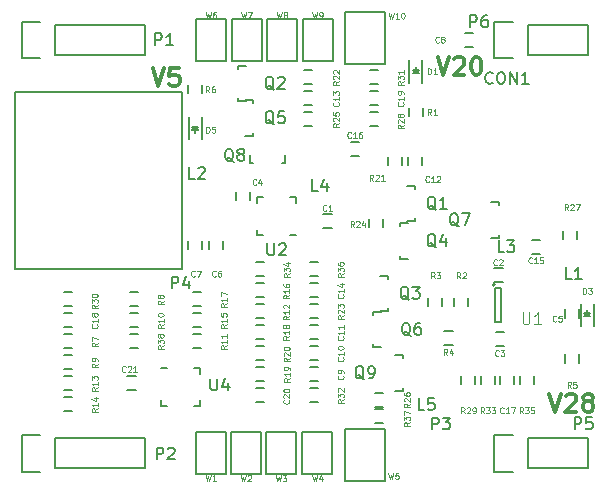
<source format=gto>
G04 #@! TF.FileFunction,Legend,Top*
%FSLAX46Y46*%
G04 Gerber Fmt 4.6, Leading zero omitted, Abs format (unit mm)*
G04 Created by KiCad (PCBNEW 4.0.7-e2-6376~58~ubuntu17.04.1) date Mon Nov 13 09:49:53 2017*
%MOMM*%
%LPD*%
G01*
G04 APERTURE LIST*
%ADD10C,0.100000*%
%ADD11C,0.300000*%
%ADD12C,0.150000*%
%ADD13C,0.125000*%
G04 APERTURE END LIST*
D10*
D11*
X166143229Y-88967571D02*
X166643229Y-90467571D01*
X167143229Y-88967571D01*
X167571800Y-89110429D02*
X167643229Y-89039000D01*
X167786086Y-88967571D01*
X168143229Y-88967571D01*
X168286086Y-89039000D01*
X168357515Y-89110429D01*
X168428943Y-89253286D01*
X168428943Y-89396143D01*
X168357515Y-89610429D01*
X167500372Y-90467571D01*
X168428943Y-90467571D01*
X169357514Y-88967571D02*
X169500371Y-88967571D01*
X169643228Y-89039000D01*
X169714657Y-89110429D01*
X169786086Y-89253286D01*
X169857514Y-89539000D01*
X169857514Y-89896143D01*
X169786086Y-90181857D01*
X169714657Y-90324714D01*
X169643228Y-90396143D01*
X169500371Y-90467571D01*
X169357514Y-90467571D01*
X169214657Y-90396143D01*
X169143228Y-90324714D01*
X169071800Y-90181857D01*
X169000371Y-89896143D01*
X169000371Y-89539000D01*
X169071800Y-89253286D01*
X169143228Y-89110429D01*
X169214657Y-89039000D01*
X169357514Y-88967571D01*
X142016315Y-89881971D02*
X142516315Y-91381971D01*
X143016315Y-89881971D01*
X144230601Y-89881971D02*
X143516315Y-89881971D01*
X143444886Y-90596257D01*
X143516315Y-90524829D01*
X143659172Y-90453400D01*
X144016315Y-90453400D01*
X144159172Y-90524829D01*
X144230601Y-90596257D01*
X144302029Y-90739114D01*
X144302029Y-91096257D01*
X144230601Y-91239114D01*
X144159172Y-91310543D01*
X144016315Y-91381971D01*
X143659172Y-91381971D01*
X143516315Y-91310543D01*
X143444886Y-91239114D01*
X175617429Y-117479071D02*
X176117429Y-118979071D01*
X176617429Y-117479071D01*
X177046000Y-117621929D02*
X177117429Y-117550500D01*
X177260286Y-117479071D01*
X177617429Y-117479071D01*
X177760286Y-117550500D01*
X177831715Y-117621929D01*
X177903143Y-117764786D01*
X177903143Y-117907643D01*
X177831715Y-118121929D01*
X176974572Y-118979071D01*
X177903143Y-118979071D01*
X178760286Y-118121929D02*
X178617428Y-118050500D01*
X178546000Y-117979071D01*
X178474571Y-117836214D01*
X178474571Y-117764786D01*
X178546000Y-117621929D01*
X178617428Y-117550500D01*
X178760286Y-117479071D01*
X179046000Y-117479071D01*
X179188857Y-117550500D01*
X179260286Y-117621929D01*
X179331714Y-117764786D01*
X179331714Y-117836214D01*
X179260286Y-117979071D01*
X179188857Y-118050500D01*
X179046000Y-118121929D01*
X178760286Y-118121929D01*
X178617428Y-118193357D01*
X178546000Y-118264786D01*
X178474571Y-118407643D01*
X178474571Y-118693357D01*
X178546000Y-118836214D01*
X178617428Y-118907643D01*
X178760286Y-118979071D01*
X179046000Y-118979071D01*
X179188857Y-118907643D01*
X179260286Y-118836214D01*
X179331714Y-118693357D01*
X179331714Y-118407643D01*
X179260286Y-118264786D01*
X179188857Y-118193357D01*
X179046000Y-118121929D01*
D12*
X149107600Y-101061000D02*
X149107600Y-100361000D01*
X150307600Y-100361000D02*
X150307600Y-101061000D01*
X163210240Y-116996160D02*
X163210240Y-116947900D01*
X162509200Y-114197180D02*
X163210240Y-114197180D01*
X163210240Y-114197180D02*
X163210240Y-114446100D01*
X163210240Y-116996160D02*
X163210240Y-117196820D01*
X163210240Y-117196820D02*
X162509200Y-117196820D01*
X171338240Y-104042160D02*
X171338240Y-103993900D01*
X170637200Y-101243180D02*
X171338240Y-101243180D01*
X171338240Y-101243180D02*
X171338240Y-101492100D01*
X171338240Y-104042160D02*
X171338240Y-104242820D01*
X171338240Y-104242820D02*
X170637200Y-104242820D01*
X160639760Y-110714840D02*
X160639760Y-110763100D01*
X161340800Y-113513820D02*
X160639760Y-113513820D01*
X160639760Y-113513820D02*
X160639760Y-113264900D01*
X160639760Y-110714840D02*
X160639760Y-110514180D01*
X160639760Y-110514180D02*
X161340800Y-110514180D01*
X150510240Y-95406160D02*
X150510240Y-95357900D01*
X149809200Y-92607180D02*
X150510240Y-92607180D01*
X150510240Y-92607180D02*
X150510240Y-92856100D01*
X150510240Y-95406160D02*
X150510240Y-95606820D01*
X150510240Y-95606820D02*
X149809200Y-95606820D01*
X162925760Y-103221840D02*
X162925760Y-103270100D01*
X163626800Y-106020820D02*
X162925760Y-106020820D01*
X162925760Y-106020820D02*
X162925760Y-105771900D01*
X162925760Y-103221840D02*
X162925760Y-103021180D01*
X162925760Y-103021180D02*
X163626800Y-103021180D01*
X161940240Y-110265160D02*
X161940240Y-110216900D01*
X161239200Y-107466180D02*
X161940240Y-107466180D01*
X161940240Y-107466180D02*
X161940240Y-107715100D01*
X161940240Y-110265160D02*
X161940240Y-110465820D01*
X161940240Y-110465820D02*
X161239200Y-110465820D01*
X149209760Y-89886840D02*
X149209760Y-89935100D01*
X149910800Y-92685820D02*
X149209760Y-92685820D01*
X149209760Y-92685820D02*
X149209760Y-92436900D01*
X149209760Y-89886840D02*
X149209760Y-89686180D01*
X149209760Y-89686180D02*
X149910800Y-89686180D01*
X164226240Y-102645160D02*
X164226240Y-102596900D01*
X163525200Y-99846180D02*
X164226240Y-99846180D01*
X164226240Y-99846180D02*
X164226240Y-100095100D01*
X164226240Y-102645160D02*
X164226240Y-102845820D01*
X164226240Y-102845820D02*
X163525200Y-102845820D01*
X140786600Y-113630000D02*
X140086600Y-113630000D01*
X140086600Y-112430000D02*
X140786600Y-112430000D01*
X160813000Y-118716500D02*
X161513000Y-118716500D01*
X161513000Y-119916500D02*
X160813000Y-119916500D01*
X156026600Y-107534000D02*
X155326600Y-107534000D01*
X155326600Y-106334000D02*
X156026600Y-106334000D01*
X173110600Y-116682000D02*
X173110600Y-115982000D01*
X174310600Y-115982000D02*
X174310600Y-116682000D01*
X151454600Y-107534000D02*
X150754600Y-107534000D01*
X150754600Y-106334000D02*
X151454600Y-106334000D01*
X171008600Y-115982000D02*
X171008600Y-116682000D01*
X169808600Y-116682000D02*
X169808600Y-115982000D01*
X173770000Y-88770000D02*
X178850000Y-88770000D01*
X178850000Y-88770000D02*
X178850000Y-86230000D01*
X178850000Y-86230000D02*
X173770000Y-86230000D01*
X170950000Y-85950000D02*
X172500000Y-85950000D01*
X173770000Y-86230000D02*
X173770000Y-88770000D01*
X172500000Y-89050000D02*
X170950000Y-89050000D01*
X170950000Y-89050000D02*
X170950000Y-85950000D01*
X173770000Y-123770000D02*
X178850000Y-123770000D01*
X178850000Y-123770000D02*
X178850000Y-121230000D01*
X178850000Y-121230000D02*
X173770000Y-121230000D01*
X170950000Y-120950000D02*
X172500000Y-120950000D01*
X173770000Y-121230000D02*
X173770000Y-123770000D01*
X172500000Y-124050000D02*
X170950000Y-124050000D01*
X170950000Y-124050000D02*
X170950000Y-120950000D01*
X133770000Y-123770000D02*
X141390000Y-123770000D01*
X133770000Y-121230000D02*
X141390000Y-121230000D01*
X130950000Y-120950000D02*
X132500000Y-120950000D01*
X141390000Y-123770000D02*
X141390000Y-121230000D01*
X133770000Y-121230000D02*
X133770000Y-123770000D01*
X132500000Y-124050000D02*
X130950000Y-124050000D01*
X130950000Y-124050000D02*
X130950000Y-120950000D01*
X133770000Y-88770000D02*
X141390000Y-88770000D01*
X133770000Y-86230000D02*
X141390000Y-86230000D01*
X130950000Y-85950000D02*
X132500000Y-85950000D01*
X141390000Y-88770000D02*
X141390000Y-86230000D01*
X133770000Y-86230000D02*
X133770000Y-88770000D01*
X132500000Y-89050000D02*
X130950000Y-89050000D01*
X130950000Y-89050000D02*
X130950000Y-85950000D01*
X156026600Y-118202000D02*
X155326600Y-118202000D01*
X155326600Y-117002000D02*
X156026600Y-117002000D01*
X161106600Y-91278000D02*
X160406600Y-91278000D01*
X160406600Y-90078000D02*
X161106600Y-90078000D01*
X135198600Y-110074000D02*
X134498600Y-110074000D01*
X134498600Y-108874000D02*
X135198600Y-108874000D01*
X168157600Y-116682000D02*
X168157600Y-115982000D01*
X169357600Y-115982000D02*
X169357600Y-116682000D01*
X161106600Y-94834000D02*
X160406600Y-94834000D01*
X160406600Y-93634000D02*
X161106600Y-93634000D01*
X161513000Y-118583000D02*
X160813000Y-118583000D01*
X160813000Y-117383000D02*
X161513000Y-117383000D01*
X154818600Y-93634000D02*
X155518600Y-93634000D01*
X155518600Y-94834000D02*
X154818600Y-94834000D01*
X161509000Y-102647000D02*
X161509000Y-103347000D01*
X160309000Y-103347000D02*
X160309000Y-102647000D01*
X156026600Y-111090000D02*
X155326600Y-111090000D01*
X155326600Y-109890000D02*
X156026600Y-109890000D01*
X154818600Y-90078000D02*
X155518600Y-90078000D01*
X155518600Y-91278000D02*
X154818600Y-91278000D01*
X161960000Y-98140000D02*
X161960000Y-97440000D01*
X163160000Y-97440000D02*
X163160000Y-98140000D01*
X151480000Y-114646000D02*
X150780000Y-114646000D01*
X150780000Y-113446000D02*
X151480000Y-113446000D01*
X150780000Y-115224000D02*
X151480000Y-115224000D01*
X151480000Y-116424000D02*
X150780000Y-116424000D01*
X150754600Y-108112000D02*
X151454600Y-108112000D01*
X151454600Y-109312000D02*
X150754600Y-109312000D01*
X145420600Y-110652000D02*
X146120600Y-110652000D01*
X146120600Y-111852000D02*
X145420600Y-111852000D01*
X135224000Y-118964000D02*
X134524000Y-118964000D01*
X134524000Y-117764000D02*
X135224000Y-117764000D01*
X134524000Y-115986000D02*
X135224000Y-115986000D01*
X135224000Y-117186000D02*
X134524000Y-117186000D01*
X151454600Y-111090000D02*
X150754600Y-111090000D01*
X150754600Y-109890000D02*
X151454600Y-109890000D01*
X146120600Y-113630000D02*
X145420600Y-113630000D01*
X145420600Y-112430000D02*
X146120600Y-112430000D01*
X140786600Y-111852000D02*
X140086600Y-111852000D01*
X140086600Y-110652000D02*
X140786600Y-110652000D01*
X134524000Y-114208000D02*
X135224000Y-114208000D01*
X135224000Y-115408000D02*
X134524000Y-115408000D01*
X140086600Y-108874000D02*
X140786600Y-108874000D01*
X140786600Y-110074000D02*
X140086600Y-110074000D01*
X135198600Y-113630000D02*
X134498600Y-113630000D01*
X134498600Y-112430000D02*
X135198600Y-112430000D01*
X145043600Y-92044000D02*
X145043600Y-91344000D01*
X146243600Y-91344000D02*
X146243600Y-92044000D01*
X178120600Y-114127800D02*
X178120600Y-114827800D01*
X176920600Y-114827800D02*
X176920600Y-114127800D01*
X166731200Y-112176000D02*
X167431200Y-112176000D01*
X167431200Y-113376000D02*
X166731200Y-113376000D01*
X166563600Y-109378000D02*
X166563600Y-110078000D01*
X165363600Y-110078000D02*
X165363600Y-109378000D01*
X167548000Y-110078000D02*
X167548000Y-109378000D01*
X168748000Y-109378000D02*
X168748000Y-110078000D01*
X164912600Y-93249000D02*
X164912600Y-93949000D01*
X163712600Y-93949000D02*
X163712600Y-93249000D01*
X139896100Y-115986000D02*
X140596100Y-115986000D01*
X140596100Y-117186000D02*
X139896100Y-117186000D01*
X156469600Y-102270000D02*
X157169600Y-102270000D01*
X157169600Y-103470000D02*
X156469600Y-103470000D01*
X171647600Y-107991200D02*
X170947600Y-107991200D01*
X170947600Y-106791200D02*
X171647600Y-106791200D01*
X171774600Y-113401400D02*
X171074600Y-113401400D01*
X171074600Y-112201400D02*
X171774600Y-112201400D01*
X178120600Y-110317800D02*
X178120600Y-111017800D01*
X176920600Y-111017800D02*
X176920600Y-110317800D01*
X148021600Y-104552000D02*
X148021600Y-105252000D01*
X146821600Y-105252000D02*
X146821600Y-104552000D01*
X146243600Y-104552000D02*
X146243600Y-105252000D01*
X145043600Y-105252000D02*
X145043600Y-104552000D01*
X168458400Y-86928400D02*
X169158400Y-86928400D01*
X169158400Y-88128400D02*
X168458400Y-88128400D01*
X155326600Y-115224000D02*
X156026600Y-115224000D01*
X156026600Y-116424000D02*
X155326600Y-116424000D01*
X155326600Y-113446000D02*
X156026600Y-113446000D01*
X156026600Y-114646000D02*
X155326600Y-114646000D01*
X155326600Y-111668000D02*
X156026600Y-111668000D01*
X156026600Y-112868000D02*
X155326600Y-112868000D01*
X163611000Y-98140000D02*
X163611000Y-97440000D01*
X164811000Y-97440000D02*
X164811000Y-98140000D01*
X154818600Y-91856000D02*
X155518600Y-91856000D01*
X155518600Y-93056000D02*
X154818600Y-93056000D01*
X156026600Y-109312000D02*
X155326600Y-109312000D01*
X155326600Y-108112000D02*
X156026600Y-108112000D01*
X174822600Y-105629000D02*
X174122600Y-105629000D01*
X174122600Y-104429000D02*
X174822600Y-104429000D01*
X158806400Y-96123200D02*
X159506400Y-96123200D01*
X159506400Y-97323200D02*
X158806400Y-97323200D01*
X172659600Y-115982000D02*
X172659600Y-116682000D01*
X171459600Y-116682000D02*
X171459600Y-115982000D01*
X134498600Y-110652000D02*
X135198600Y-110652000D01*
X135198600Y-111852000D02*
X134498600Y-111852000D01*
X160406600Y-91856000D02*
X161106600Y-91856000D01*
X161106600Y-93056000D02*
X160406600Y-93056000D01*
X151454600Y-118202000D02*
X150754600Y-118202000D01*
X150754600Y-117002000D02*
X151454600Y-117002000D01*
X164862600Y-91143000D02*
X164862600Y-89243000D01*
X163762600Y-91143000D02*
X163762600Y-89243000D01*
X164312600Y-90243000D02*
X164312600Y-89793000D01*
X164062600Y-90293000D02*
X164562600Y-90293000D01*
X164312600Y-90293000D02*
X164062600Y-90043000D01*
X164062600Y-90043000D02*
X164562600Y-90043000D01*
X164562600Y-90043000D02*
X164312600Y-90293000D01*
X179366000Y-111767800D02*
X179366000Y-109867800D01*
X178266000Y-111767800D02*
X178266000Y-109867800D01*
X178816000Y-110867800D02*
X178816000Y-110417800D01*
X178566000Y-110917800D02*
X179066000Y-110917800D01*
X178816000Y-110917800D02*
X178566000Y-110667800D01*
X178566000Y-110667800D02*
X179066000Y-110667800D01*
X179066000Y-110667800D02*
X178816000Y-110917800D01*
X145093600Y-94023000D02*
X145093600Y-95923000D01*
X146193600Y-94023000D02*
X146193600Y-95923000D01*
X145643600Y-94923000D02*
X145643600Y-95373000D01*
X145893600Y-94873000D02*
X145393600Y-94873000D01*
X145643600Y-94873000D02*
X145893600Y-95123000D01*
X145893600Y-95123000D02*
X145393600Y-95123000D01*
X145393600Y-95123000D02*
X145643600Y-94873000D01*
X170997600Y-108231200D02*
G75*
G03X170997600Y-108231200I-100000J0D01*
G01*
X171547600Y-108481200D02*
X171047600Y-108481200D01*
X171547600Y-111381200D02*
X171547600Y-108481200D01*
X171047600Y-111381200D02*
X171547600Y-111381200D01*
X171047600Y-108481200D02*
X171047600Y-111381200D01*
X148259800Y-124282200D02*
X148259800Y-120726200D01*
X148259800Y-120726200D02*
X145719800Y-120726200D01*
X145719800Y-120726200D02*
X145719800Y-124028200D01*
X145719800Y-124028200D02*
X145719800Y-124282200D01*
X145719800Y-124282200D02*
X148005800Y-124282200D01*
X148005800Y-124282200D02*
X148259800Y-124282200D01*
X148676400Y-120722000D02*
X148676400Y-124278000D01*
X148676400Y-124278000D02*
X151216400Y-124278000D01*
X151216400Y-124278000D02*
X151216400Y-120976000D01*
X151216400Y-120976000D02*
X151216400Y-120722000D01*
X151216400Y-120722000D02*
X148930400Y-120722000D01*
X148930400Y-120722000D02*
X148676400Y-120722000D01*
X154676400Y-120722000D02*
X154676400Y-124278000D01*
X154676400Y-124278000D02*
X157216400Y-124278000D01*
X157216400Y-124278000D02*
X157216400Y-120976000D01*
X157216400Y-120976000D02*
X157216400Y-120722000D01*
X157216400Y-120722000D02*
X154930400Y-120722000D01*
X154930400Y-120722000D02*
X154676400Y-120722000D01*
X151663400Y-120726200D02*
X151663400Y-124282200D01*
X151663400Y-124282200D02*
X154203400Y-124282200D01*
X154203400Y-124282200D02*
X154203400Y-120980200D01*
X154203400Y-120980200D02*
X154203400Y-120726200D01*
X154203400Y-120726200D02*
X151917400Y-120726200D01*
X151917400Y-120726200D02*
X151663400Y-120726200D01*
X145730000Y-85722000D02*
X145730000Y-89278000D01*
X145730000Y-89278000D02*
X148270000Y-89278000D01*
X148270000Y-89278000D02*
X148270000Y-85976000D01*
X148270000Y-85976000D02*
X148270000Y-85722000D01*
X148270000Y-85722000D02*
X145984000Y-85722000D01*
X145984000Y-85722000D02*
X145730000Y-85722000D01*
X148730000Y-85722000D02*
X148730000Y-89278000D01*
X148730000Y-89278000D02*
X151270000Y-89278000D01*
X151270000Y-89278000D02*
X151270000Y-85976000D01*
X151270000Y-85976000D02*
X151270000Y-85722000D01*
X151270000Y-85722000D02*
X148984000Y-85722000D01*
X148984000Y-85722000D02*
X148730000Y-85722000D01*
X154730000Y-85722000D02*
X154730000Y-89278000D01*
X154730000Y-89278000D02*
X157270000Y-89278000D01*
X157270000Y-89278000D02*
X157270000Y-85976000D01*
X157270000Y-85976000D02*
X157270000Y-85722000D01*
X157270000Y-85722000D02*
X154984000Y-85722000D01*
X154984000Y-85722000D02*
X154730000Y-85722000D01*
X151730000Y-85722000D02*
X151730000Y-89278000D01*
X151730000Y-89278000D02*
X154270000Y-89278000D01*
X154270000Y-89278000D02*
X154270000Y-85976000D01*
X154270000Y-85976000D02*
X154270000Y-85722000D01*
X154270000Y-85722000D02*
X151984000Y-85722000D01*
X151984000Y-85722000D02*
X151730000Y-85722000D01*
X144502720Y-106934860D02*
X130405720Y-106934860D01*
X130405720Y-91948860D02*
X144502720Y-91948860D01*
X144502720Y-106934860D02*
X144502720Y-91948860D01*
X130405720Y-106934860D02*
X130405720Y-91948860D01*
X150876600Y-104063200D02*
X150876600Y-103563200D01*
X154126600Y-100813200D02*
X154126600Y-101313200D01*
X150876600Y-100813200D02*
X150876600Y-101313200D01*
X154126600Y-104063200D02*
X153626600Y-104063200D01*
X154126600Y-100813200D02*
X153626600Y-100813200D01*
X150876600Y-100813200D02*
X151376600Y-100813200D01*
X150876600Y-104063200D02*
X151376600Y-104063200D01*
X145998600Y-115278500D02*
X145998600Y-115778500D01*
X142748600Y-118528500D02*
X142748600Y-118028500D01*
X145998600Y-118528500D02*
X145998600Y-118028500D01*
X142748600Y-115278500D02*
X143248600Y-115278500D01*
X142748600Y-118528500D02*
X143248600Y-118528500D01*
X145998600Y-118528500D02*
X145498600Y-118528500D01*
X145998600Y-115278500D02*
X145498600Y-115278500D01*
X146120600Y-110074000D02*
X145420600Y-110074000D01*
X145420600Y-108874000D02*
X146120600Y-108874000D01*
X176793600Y-104363000D02*
X176793600Y-103663000D01*
X177993600Y-103663000D02*
X177993600Y-104363000D01*
X150465840Y-97932240D02*
X150514100Y-97932240D01*
X153264820Y-97231200D02*
X153264820Y-97932240D01*
X153264820Y-97932240D02*
X153015900Y-97932240D01*
X150465840Y-97932240D02*
X150265180Y-97932240D01*
X150265180Y-97932240D02*
X150265180Y-97231200D01*
X150780000Y-111668000D02*
X151480000Y-111668000D01*
X151480000Y-112868000D02*
X150780000Y-112868000D01*
X158320000Y-85176000D02*
X158320000Y-89576000D01*
X161720000Y-89576000D02*
X158320000Y-89576000D01*
X161720000Y-89576000D02*
X161720000Y-85176000D01*
X161720000Y-85176000D02*
X158320000Y-85176000D01*
X158320000Y-120482000D02*
X158320000Y-124882000D01*
X161720000Y-124882000D02*
X158320000Y-124882000D01*
X161720000Y-124882000D02*
X161720000Y-120482000D01*
X161720000Y-120482000D02*
X158320000Y-120482000D01*
D13*
X150792667Y-99746571D02*
X150768857Y-99770381D01*
X150697429Y-99794190D01*
X150649810Y-99794190D01*
X150578381Y-99770381D01*
X150530762Y-99722762D01*
X150506953Y-99675143D01*
X150483143Y-99579905D01*
X150483143Y-99508476D01*
X150506953Y-99413238D01*
X150530762Y-99365619D01*
X150578381Y-99318000D01*
X150649810Y-99294190D01*
X150697429Y-99294190D01*
X150768857Y-99318000D01*
X150792667Y-99341810D01*
X151221238Y-99460857D02*
X151221238Y-99794190D01*
X151102191Y-99270381D02*
X150983143Y-99627524D01*
X151292667Y-99627524D01*
D12*
X159924762Y-116244619D02*
X159829524Y-116197000D01*
X159734286Y-116101762D01*
X159591429Y-115958905D01*
X159496190Y-115911286D01*
X159400952Y-115911286D01*
X159448571Y-116149381D02*
X159353333Y-116101762D01*
X159258095Y-116006524D01*
X159210476Y-115816048D01*
X159210476Y-115482714D01*
X159258095Y-115292238D01*
X159353333Y-115197000D01*
X159448571Y-115149381D01*
X159639048Y-115149381D01*
X159734286Y-115197000D01*
X159829524Y-115292238D01*
X159877143Y-115482714D01*
X159877143Y-115816048D01*
X159829524Y-116006524D01*
X159734286Y-116101762D01*
X159639048Y-116149381D01*
X159448571Y-116149381D01*
X160353333Y-116149381D02*
X160543809Y-116149381D01*
X160639048Y-116101762D01*
X160686667Y-116054143D01*
X160781905Y-115911286D01*
X160829524Y-115720810D01*
X160829524Y-115339857D01*
X160781905Y-115244619D01*
X160734286Y-115197000D01*
X160639048Y-115149381D01*
X160448571Y-115149381D01*
X160353333Y-115197000D01*
X160305714Y-115244619D01*
X160258095Y-115339857D01*
X160258095Y-115577952D01*
X160305714Y-115673190D01*
X160353333Y-115720810D01*
X160448571Y-115768429D01*
X160639048Y-115768429D01*
X160734286Y-115720810D01*
X160781905Y-115673190D01*
X160829524Y-115577952D01*
X167925762Y-103290619D02*
X167830524Y-103243000D01*
X167735286Y-103147762D01*
X167592429Y-103004905D01*
X167497190Y-102957286D01*
X167401952Y-102957286D01*
X167449571Y-103195381D02*
X167354333Y-103147762D01*
X167259095Y-103052524D01*
X167211476Y-102862048D01*
X167211476Y-102528714D01*
X167259095Y-102338238D01*
X167354333Y-102243000D01*
X167449571Y-102195381D01*
X167640048Y-102195381D01*
X167735286Y-102243000D01*
X167830524Y-102338238D01*
X167878143Y-102528714D01*
X167878143Y-102862048D01*
X167830524Y-103052524D01*
X167735286Y-103147762D01*
X167640048Y-103195381D01*
X167449571Y-103195381D01*
X168211476Y-102195381D02*
X168878143Y-102195381D01*
X168449571Y-103195381D01*
X163861762Y-112561619D02*
X163766524Y-112514000D01*
X163671286Y-112418762D01*
X163528429Y-112275905D01*
X163433190Y-112228286D01*
X163337952Y-112228286D01*
X163385571Y-112466381D02*
X163290333Y-112418762D01*
X163195095Y-112323524D01*
X163147476Y-112133048D01*
X163147476Y-111799714D01*
X163195095Y-111609238D01*
X163290333Y-111514000D01*
X163385571Y-111466381D01*
X163576048Y-111466381D01*
X163671286Y-111514000D01*
X163766524Y-111609238D01*
X163814143Y-111799714D01*
X163814143Y-112133048D01*
X163766524Y-112323524D01*
X163671286Y-112418762D01*
X163576048Y-112466381D01*
X163385571Y-112466381D01*
X164671286Y-111466381D02*
X164480809Y-111466381D01*
X164385571Y-111514000D01*
X164337952Y-111561619D01*
X164242714Y-111704476D01*
X164195095Y-111894952D01*
X164195095Y-112275905D01*
X164242714Y-112371143D01*
X164290333Y-112418762D01*
X164385571Y-112466381D01*
X164576048Y-112466381D01*
X164671286Y-112418762D01*
X164718905Y-112371143D01*
X164766524Y-112275905D01*
X164766524Y-112037810D01*
X164718905Y-111942571D01*
X164671286Y-111894952D01*
X164576048Y-111847333D01*
X164385571Y-111847333D01*
X164290333Y-111894952D01*
X164242714Y-111942571D01*
X164195095Y-112037810D01*
X152304762Y-94654619D02*
X152209524Y-94607000D01*
X152114286Y-94511762D01*
X151971429Y-94368905D01*
X151876190Y-94321286D01*
X151780952Y-94321286D01*
X151828571Y-94559381D02*
X151733333Y-94511762D01*
X151638095Y-94416524D01*
X151590476Y-94226048D01*
X151590476Y-93892714D01*
X151638095Y-93702238D01*
X151733333Y-93607000D01*
X151828571Y-93559381D01*
X152019048Y-93559381D01*
X152114286Y-93607000D01*
X152209524Y-93702238D01*
X152257143Y-93892714D01*
X152257143Y-94226048D01*
X152209524Y-94416524D01*
X152114286Y-94511762D01*
X152019048Y-94559381D01*
X151828571Y-94559381D01*
X153161905Y-93559381D02*
X152685714Y-93559381D01*
X152638095Y-94035571D01*
X152685714Y-93987952D01*
X152780952Y-93940333D01*
X153019048Y-93940333D01*
X153114286Y-93987952D01*
X153161905Y-94035571D01*
X153209524Y-94130810D01*
X153209524Y-94368905D01*
X153161905Y-94464143D01*
X153114286Y-94511762D01*
X153019048Y-94559381D01*
X152780952Y-94559381D01*
X152685714Y-94511762D01*
X152638095Y-94464143D01*
X166020762Y-105068619D02*
X165925524Y-105021000D01*
X165830286Y-104925762D01*
X165687429Y-104782905D01*
X165592190Y-104735286D01*
X165496952Y-104735286D01*
X165544571Y-104973381D02*
X165449333Y-104925762D01*
X165354095Y-104830524D01*
X165306476Y-104640048D01*
X165306476Y-104306714D01*
X165354095Y-104116238D01*
X165449333Y-104021000D01*
X165544571Y-103973381D01*
X165735048Y-103973381D01*
X165830286Y-104021000D01*
X165925524Y-104116238D01*
X165973143Y-104306714D01*
X165973143Y-104640048D01*
X165925524Y-104830524D01*
X165830286Y-104925762D01*
X165735048Y-104973381D01*
X165544571Y-104973381D01*
X166830286Y-104306714D02*
X166830286Y-104973381D01*
X166592190Y-103925762D02*
X166354095Y-104640048D01*
X166973143Y-104640048D01*
X163734762Y-109513619D02*
X163639524Y-109466000D01*
X163544286Y-109370762D01*
X163401429Y-109227905D01*
X163306190Y-109180286D01*
X163210952Y-109180286D01*
X163258571Y-109418381D02*
X163163333Y-109370762D01*
X163068095Y-109275524D01*
X163020476Y-109085048D01*
X163020476Y-108751714D01*
X163068095Y-108561238D01*
X163163333Y-108466000D01*
X163258571Y-108418381D01*
X163449048Y-108418381D01*
X163544286Y-108466000D01*
X163639524Y-108561238D01*
X163687143Y-108751714D01*
X163687143Y-109085048D01*
X163639524Y-109275524D01*
X163544286Y-109370762D01*
X163449048Y-109418381D01*
X163258571Y-109418381D01*
X164020476Y-108418381D02*
X164639524Y-108418381D01*
X164306190Y-108799333D01*
X164449048Y-108799333D01*
X164544286Y-108846952D01*
X164591905Y-108894571D01*
X164639524Y-108989810D01*
X164639524Y-109227905D01*
X164591905Y-109323143D01*
X164544286Y-109370762D01*
X164449048Y-109418381D01*
X164163333Y-109418381D01*
X164068095Y-109370762D01*
X164020476Y-109323143D01*
X152304762Y-91733619D02*
X152209524Y-91686000D01*
X152114286Y-91590762D01*
X151971429Y-91447905D01*
X151876190Y-91400286D01*
X151780952Y-91400286D01*
X151828571Y-91638381D02*
X151733333Y-91590762D01*
X151638095Y-91495524D01*
X151590476Y-91305048D01*
X151590476Y-90971714D01*
X151638095Y-90781238D01*
X151733333Y-90686000D01*
X151828571Y-90638381D01*
X152019048Y-90638381D01*
X152114286Y-90686000D01*
X152209524Y-90781238D01*
X152257143Y-90971714D01*
X152257143Y-91305048D01*
X152209524Y-91495524D01*
X152114286Y-91590762D01*
X152019048Y-91638381D01*
X151828571Y-91638381D01*
X152638095Y-90733619D02*
X152685714Y-90686000D01*
X152780952Y-90638381D01*
X153019048Y-90638381D01*
X153114286Y-90686000D01*
X153161905Y-90733619D01*
X153209524Y-90828857D01*
X153209524Y-90924095D01*
X153161905Y-91066952D01*
X152590476Y-91638381D01*
X153209524Y-91638381D01*
X166020762Y-101893619D02*
X165925524Y-101846000D01*
X165830286Y-101750762D01*
X165687429Y-101607905D01*
X165592190Y-101560286D01*
X165496952Y-101560286D01*
X165544571Y-101798381D02*
X165449333Y-101750762D01*
X165354095Y-101655524D01*
X165306476Y-101465048D01*
X165306476Y-101131714D01*
X165354095Y-100941238D01*
X165449333Y-100846000D01*
X165544571Y-100798381D01*
X165735048Y-100798381D01*
X165830286Y-100846000D01*
X165925524Y-100941238D01*
X165973143Y-101131714D01*
X165973143Y-101465048D01*
X165925524Y-101655524D01*
X165830286Y-101750762D01*
X165735048Y-101798381D01*
X165544571Y-101798381D01*
X166925524Y-101798381D02*
X166354095Y-101798381D01*
X166639809Y-101798381D02*
X166639809Y-100798381D01*
X166544571Y-100941238D01*
X166449333Y-101036476D01*
X166354095Y-101084095D01*
D13*
X142948790Y-113376828D02*
X142710695Y-113543495D01*
X142948790Y-113662542D02*
X142448790Y-113662542D01*
X142448790Y-113472066D01*
X142472600Y-113424447D01*
X142496410Y-113400638D01*
X142544029Y-113376828D01*
X142615457Y-113376828D01*
X142663076Y-113400638D01*
X142686886Y-113424447D01*
X142710695Y-113472066D01*
X142710695Y-113662542D01*
X142448790Y-113210161D02*
X142448790Y-112900638D01*
X142639267Y-113067304D01*
X142639267Y-112995876D01*
X142663076Y-112948257D01*
X142686886Y-112924447D01*
X142734505Y-112900638D01*
X142853552Y-112900638D01*
X142901171Y-112924447D01*
X142924981Y-112948257D01*
X142948790Y-112995876D01*
X142948790Y-113138733D01*
X142924981Y-113186352D01*
X142901171Y-113210161D01*
X142663076Y-112614924D02*
X142639267Y-112662543D01*
X142615457Y-112686352D01*
X142567838Y-112710162D01*
X142544029Y-112710162D01*
X142496410Y-112686352D01*
X142472600Y-112662543D01*
X142448790Y-112614924D01*
X142448790Y-112519686D01*
X142472600Y-112472067D01*
X142496410Y-112448257D01*
X142544029Y-112424448D01*
X142567838Y-112424448D01*
X142615457Y-112448257D01*
X142639267Y-112472067D01*
X142663076Y-112519686D01*
X142663076Y-112614924D01*
X142686886Y-112662543D01*
X142710695Y-112686352D01*
X142758314Y-112710162D01*
X142853552Y-112710162D01*
X142901171Y-112686352D01*
X142924981Y-112662543D01*
X142948790Y-112614924D01*
X142948790Y-112519686D01*
X142924981Y-112472067D01*
X142901171Y-112448257D01*
X142853552Y-112424448D01*
X142758314Y-112424448D01*
X142710695Y-112448257D01*
X142686886Y-112472067D01*
X142663076Y-112519686D01*
X163802190Y-119891928D02*
X163564095Y-120058595D01*
X163802190Y-120177642D02*
X163302190Y-120177642D01*
X163302190Y-119987166D01*
X163326000Y-119939547D01*
X163349810Y-119915738D01*
X163397429Y-119891928D01*
X163468857Y-119891928D01*
X163516476Y-119915738D01*
X163540286Y-119939547D01*
X163564095Y-119987166D01*
X163564095Y-120177642D01*
X163302190Y-119725261D02*
X163302190Y-119415738D01*
X163492667Y-119582404D01*
X163492667Y-119510976D01*
X163516476Y-119463357D01*
X163540286Y-119439547D01*
X163587905Y-119415738D01*
X163706952Y-119415738D01*
X163754571Y-119439547D01*
X163778381Y-119463357D01*
X163802190Y-119510976D01*
X163802190Y-119653833D01*
X163778381Y-119701452D01*
X163754571Y-119725261D01*
X163302190Y-119249071D02*
X163302190Y-118915738D01*
X163802190Y-119130024D01*
X158188790Y-107280828D02*
X157950695Y-107447495D01*
X158188790Y-107566542D02*
X157688790Y-107566542D01*
X157688790Y-107376066D01*
X157712600Y-107328447D01*
X157736410Y-107304638D01*
X157784029Y-107280828D01*
X157855457Y-107280828D01*
X157903076Y-107304638D01*
X157926886Y-107328447D01*
X157950695Y-107376066D01*
X157950695Y-107566542D01*
X157688790Y-107114161D02*
X157688790Y-106804638D01*
X157879267Y-106971304D01*
X157879267Y-106899876D01*
X157903076Y-106852257D01*
X157926886Y-106828447D01*
X157974505Y-106804638D01*
X158093552Y-106804638D01*
X158141171Y-106828447D01*
X158164981Y-106852257D01*
X158188790Y-106899876D01*
X158188790Y-107042733D01*
X158164981Y-107090352D01*
X158141171Y-107114161D01*
X157688790Y-106376067D02*
X157688790Y-106471305D01*
X157712600Y-106518924D01*
X157736410Y-106542733D01*
X157807838Y-106590352D01*
X157903076Y-106614162D01*
X158093552Y-106614162D01*
X158141171Y-106590352D01*
X158164981Y-106566543D01*
X158188790Y-106518924D01*
X158188790Y-106423686D01*
X158164981Y-106376067D01*
X158141171Y-106352257D01*
X158093552Y-106328448D01*
X157974505Y-106328448D01*
X157926886Y-106352257D01*
X157903076Y-106376067D01*
X157879267Y-106423686D01*
X157879267Y-106518924D01*
X157903076Y-106566543D01*
X157926886Y-106590352D01*
X157974505Y-106614162D01*
X173389172Y-119123590D02*
X173222505Y-118885495D01*
X173103458Y-119123590D02*
X173103458Y-118623590D01*
X173293934Y-118623590D01*
X173341553Y-118647400D01*
X173365362Y-118671210D01*
X173389172Y-118718829D01*
X173389172Y-118790257D01*
X173365362Y-118837876D01*
X173341553Y-118861686D01*
X173293934Y-118885495D01*
X173103458Y-118885495D01*
X173555839Y-118623590D02*
X173865362Y-118623590D01*
X173698696Y-118814067D01*
X173770124Y-118814067D01*
X173817743Y-118837876D01*
X173841553Y-118861686D01*
X173865362Y-118909305D01*
X173865362Y-119028352D01*
X173841553Y-119075971D01*
X173817743Y-119099781D01*
X173770124Y-119123590D01*
X173627267Y-119123590D01*
X173579648Y-119099781D01*
X173555839Y-119075971D01*
X174317743Y-118623590D02*
X174079648Y-118623590D01*
X174055838Y-118861686D01*
X174079648Y-118837876D01*
X174127267Y-118814067D01*
X174246314Y-118814067D01*
X174293933Y-118837876D01*
X174317743Y-118861686D01*
X174341552Y-118909305D01*
X174341552Y-119028352D01*
X174317743Y-119075971D01*
X174293933Y-119099781D01*
X174246314Y-119123590D01*
X174127267Y-119123590D01*
X174079648Y-119099781D01*
X174055838Y-119075971D01*
X153616790Y-107280828D02*
X153378695Y-107447495D01*
X153616790Y-107566542D02*
X153116790Y-107566542D01*
X153116790Y-107376066D01*
X153140600Y-107328447D01*
X153164410Y-107304638D01*
X153212029Y-107280828D01*
X153283457Y-107280828D01*
X153331076Y-107304638D01*
X153354886Y-107328447D01*
X153378695Y-107376066D01*
X153378695Y-107566542D01*
X153116790Y-107114161D02*
X153116790Y-106804638D01*
X153307267Y-106971304D01*
X153307267Y-106899876D01*
X153331076Y-106852257D01*
X153354886Y-106828447D01*
X153402505Y-106804638D01*
X153521552Y-106804638D01*
X153569171Y-106828447D01*
X153592981Y-106852257D01*
X153616790Y-106899876D01*
X153616790Y-107042733D01*
X153592981Y-107090352D01*
X153569171Y-107114161D01*
X153283457Y-106376067D02*
X153616790Y-106376067D01*
X153092981Y-106495114D02*
X153450124Y-106614162D01*
X153450124Y-106304638D01*
X170087172Y-119123590D02*
X169920505Y-118885495D01*
X169801458Y-119123590D02*
X169801458Y-118623590D01*
X169991934Y-118623590D01*
X170039553Y-118647400D01*
X170063362Y-118671210D01*
X170087172Y-118718829D01*
X170087172Y-118790257D01*
X170063362Y-118837876D01*
X170039553Y-118861686D01*
X169991934Y-118885495D01*
X169801458Y-118885495D01*
X170253839Y-118623590D02*
X170563362Y-118623590D01*
X170396696Y-118814067D01*
X170468124Y-118814067D01*
X170515743Y-118837876D01*
X170539553Y-118861686D01*
X170563362Y-118909305D01*
X170563362Y-119028352D01*
X170539553Y-119075971D01*
X170515743Y-119099781D01*
X170468124Y-119123590D01*
X170325267Y-119123590D01*
X170277648Y-119099781D01*
X170253839Y-119075971D01*
X170730029Y-118623590D02*
X171039552Y-118623590D01*
X170872886Y-118814067D01*
X170944314Y-118814067D01*
X170991933Y-118837876D01*
X171015743Y-118861686D01*
X171039552Y-118909305D01*
X171039552Y-119028352D01*
X171015743Y-119075971D01*
X170991933Y-119099781D01*
X170944314Y-119123590D01*
X170801457Y-119123590D01*
X170753838Y-119099781D01*
X170730029Y-119075971D01*
D12*
X165034934Y-118841781D02*
X164558743Y-118841781D01*
X164558743Y-117841781D01*
X165844458Y-117841781D02*
X165368267Y-117841781D01*
X165320648Y-118317971D01*
X165368267Y-118270352D01*
X165463505Y-118222733D01*
X165701601Y-118222733D01*
X165796839Y-118270352D01*
X165844458Y-118317971D01*
X165892077Y-118413210D01*
X165892077Y-118651305D01*
X165844458Y-118746543D01*
X165796839Y-118794162D01*
X165701601Y-118841781D01*
X165463505Y-118841781D01*
X165368267Y-118794162D01*
X165320648Y-118746543D01*
X156017934Y-100299781D02*
X155541743Y-100299781D01*
X155541743Y-99299781D01*
X156779839Y-99633114D02*
X156779839Y-100299781D01*
X156541743Y-99252162D02*
X156303648Y-99966448D01*
X156922696Y-99966448D01*
X171791334Y-105481381D02*
X171315143Y-105481381D01*
X171315143Y-104481381D01*
X172029429Y-104481381D02*
X172648477Y-104481381D01*
X172315143Y-104862333D01*
X172458001Y-104862333D01*
X172553239Y-104909952D01*
X172600858Y-104957571D01*
X172648477Y-105052810D01*
X172648477Y-105290905D01*
X172600858Y-105386143D01*
X172553239Y-105433762D01*
X172458001Y-105481381D01*
X172172286Y-105481381D01*
X172077048Y-105433762D01*
X172029429Y-105386143D01*
X145603934Y-99283781D02*
X145127743Y-99283781D01*
X145127743Y-98283781D01*
X145889648Y-98379019D02*
X145937267Y-98331400D01*
X146032505Y-98283781D01*
X146270601Y-98283781D01*
X146365839Y-98331400D01*
X146413458Y-98379019D01*
X146461077Y-98474257D01*
X146461077Y-98569495D01*
X146413458Y-98712352D01*
X145842029Y-99283781D01*
X146461077Y-99283781D01*
X177506334Y-107767381D02*
X177030143Y-107767381D01*
X177030143Y-106767381D01*
X178363477Y-107767381D02*
X177792048Y-107767381D01*
X178077762Y-107767381D02*
X178077762Y-106767381D01*
X177982524Y-106910238D01*
X177887286Y-107005476D01*
X177792048Y-107053095D01*
X170807215Y-91139283D02*
X170759596Y-91186902D01*
X170616739Y-91234521D01*
X170521501Y-91234521D01*
X170378643Y-91186902D01*
X170283405Y-91091664D01*
X170235786Y-90996426D01*
X170188167Y-90805950D01*
X170188167Y-90663092D01*
X170235786Y-90472616D01*
X170283405Y-90377378D01*
X170378643Y-90282140D01*
X170521501Y-90234521D01*
X170616739Y-90234521D01*
X170759596Y-90282140D01*
X170807215Y-90329759D01*
X171426262Y-90234521D02*
X171616739Y-90234521D01*
X171711977Y-90282140D01*
X171807215Y-90377378D01*
X171854834Y-90567854D01*
X171854834Y-90901188D01*
X171807215Y-91091664D01*
X171711977Y-91186902D01*
X171616739Y-91234521D01*
X171426262Y-91234521D01*
X171331024Y-91186902D01*
X171235786Y-91091664D01*
X171188167Y-90901188D01*
X171188167Y-90567854D01*
X171235786Y-90377378D01*
X171331024Y-90282140D01*
X171426262Y-90234521D01*
X172283405Y-91234521D02*
X172283405Y-90234521D01*
X172854834Y-91234521D01*
X172854834Y-90234521D01*
X173854834Y-91234521D02*
X173283405Y-91234521D01*
X173569119Y-91234521D02*
X173569119Y-90234521D01*
X173473881Y-90377378D01*
X173378643Y-90472616D01*
X173283405Y-90520235D01*
X168908505Y-86431381D02*
X168908505Y-85431381D01*
X169289458Y-85431381D01*
X169384696Y-85479000D01*
X169432315Y-85526619D01*
X169479934Y-85621857D01*
X169479934Y-85764714D01*
X169432315Y-85859952D01*
X169384696Y-85907571D01*
X169289458Y-85955190D01*
X168908505Y-85955190D01*
X170337077Y-85431381D02*
X170146600Y-85431381D01*
X170051362Y-85479000D01*
X170003743Y-85526619D01*
X169908505Y-85669476D01*
X169860886Y-85859952D01*
X169860886Y-86240905D01*
X169908505Y-86336143D01*
X169956124Y-86383762D01*
X170051362Y-86431381D01*
X170241839Y-86431381D01*
X170337077Y-86383762D01*
X170384696Y-86336143D01*
X170432315Y-86240905D01*
X170432315Y-86002810D01*
X170384696Y-85907571D01*
X170337077Y-85859952D01*
X170241839Y-85812333D01*
X170051362Y-85812333D01*
X169956124Y-85859952D01*
X169908505Y-85907571D01*
X169860886Y-86002810D01*
X177747705Y-120467381D02*
X177747705Y-119467381D01*
X178128658Y-119467381D01*
X178223896Y-119515000D01*
X178271515Y-119562619D01*
X178319134Y-119657857D01*
X178319134Y-119800714D01*
X178271515Y-119895952D01*
X178223896Y-119943571D01*
X178128658Y-119991190D01*
X177747705Y-119991190D01*
X179223896Y-119467381D02*
X178747705Y-119467381D01*
X178700086Y-119943571D01*
X178747705Y-119895952D01*
X178842943Y-119848333D01*
X179081039Y-119848333D01*
X179176277Y-119895952D01*
X179223896Y-119943571D01*
X179271515Y-120038810D01*
X179271515Y-120276905D01*
X179223896Y-120372143D01*
X179176277Y-120419762D01*
X179081039Y-120467381D01*
X178842943Y-120467381D01*
X178747705Y-120419762D01*
X178700086Y-120372143D01*
X165682705Y-120492781D02*
X165682705Y-119492781D01*
X166063658Y-119492781D01*
X166158896Y-119540400D01*
X166206515Y-119588019D01*
X166254134Y-119683257D01*
X166254134Y-119826114D01*
X166206515Y-119921352D01*
X166158896Y-119968971D01*
X166063658Y-120016590D01*
X165682705Y-120016590D01*
X166587467Y-119492781D02*
X167206515Y-119492781D01*
X166873181Y-119873733D01*
X167016039Y-119873733D01*
X167111277Y-119921352D01*
X167158896Y-119968971D01*
X167206515Y-120064210D01*
X167206515Y-120302305D01*
X167158896Y-120397543D01*
X167111277Y-120445162D01*
X167016039Y-120492781D01*
X166730324Y-120492781D01*
X166635086Y-120445162D01*
X166587467Y-120397543D01*
X142365505Y-123032781D02*
X142365505Y-122032781D01*
X142746458Y-122032781D01*
X142841696Y-122080400D01*
X142889315Y-122128019D01*
X142936934Y-122223257D01*
X142936934Y-122366114D01*
X142889315Y-122461352D01*
X142841696Y-122508971D01*
X142746458Y-122556590D01*
X142365505Y-122556590D01*
X143317886Y-122128019D02*
X143365505Y-122080400D01*
X143460743Y-122032781D01*
X143698839Y-122032781D01*
X143794077Y-122080400D01*
X143841696Y-122128019D01*
X143889315Y-122223257D01*
X143889315Y-122318495D01*
X143841696Y-122461352D01*
X143270267Y-123032781D01*
X143889315Y-123032781D01*
X142238505Y-87955381D02*
X142238505Y-86955381D01*
X142619458Y-86955381D01*
X142714696Y-87003000D01*
X142762315Y-87050619D01*
X142809934Y-87145857D01*
X142809934Y-87288714D01*
X142762315Y-87383952D01*
X142714696Y-87431571D01*
X142619458Y-87479190D01*
X142238505Y-87479190D01*
X143762315Y-87955381D02*
X143190886Y-87955381D01*
X143476600Y-87955381D02*
X143476600Y-86955381D01*
X143381362Y-87098238D01*
X143286124Y-87193476D01*
X143190886Y-87241095D01*
D13*
X158188790Y-117948828D02*
X157950695Y-118115495D01*
X158188790Y-118234542D02*
X157688790Y-118234542D01*
X157688790Y-118044066D01*
X157712600Y-117996447D01*
X157736410Y-117972638D01*
X157784029Y-117948828D01*
X157855457Y-117948828D01*
X157903076Y-117972638D01*
X157926886Y-117996447D01*
X157950695Y-118044066D01*
X157950695Y-118234542D01*
X157688790Y-117782161D02*
X157688790Y-117472638D01*
X157879267Y-117639304D01*
X157879267Y-117567876D01*
X157903076Y-117520257D01*
X157926886Y-117496447D01*
X157974505Y-117472638D01*
X158093552Y-117472638D01*
X158141171Y-117496447D01*
X158164981Y-117520257D01*
X158188790Y-117567876D01*
X158188790Y-117710733D01*
X158164981Y-117758352D01*
X158141171Y-117782161D01*
X157736410Y-117282162D02*
X157712600Y-117258352D01*
X157688790Y-117210733D01*
X157688790Y-117091686D01*
X157712600Y-117044067D01*
X157736410Y-117020257D01*
X157784029Y-116996448D01*
X157831648Y-116996448D01*
X157903076Y-117020257D01*
X158188790Y-117305971D01*
X158188790Y-116996448D01*
X163268790Y-91024828D02*
X163030695Y-91191495D01*
X163268790Y-91310542D02*
X162768790Y-91310542D01*
X162768790Y-91120066D01*
X162792600Y-91072447D01*
X162816410Y-91048638D01*
X162864029Y-91024828D01*
X162935457Y-91024828D01*
X162983076Y-91048638D01*
X163006886Y-91072447D01*
X163030695Y-91120066D01*
X163030695Y-91310542D01*
X162768790Y-90858161D02*
X162768790Y-90548638D01*
X162959267Y-90715304D01*
X162959267Y-90643876D01*
X162983076Y-90596257D01*
X163006886Y-90572447D01*
X163054505Y-90548638D01*
X163173552Y-90548638D01*
X163221171Y-90572447D01*
X163244981Y-90596257D01*
X163268790Y-90643876D01*
X163268790Y-90786733D01*
X163244981Y-90834352D01*
X163221171Y-90858161D01*
X163268790Y-90072448D02*
X163268790Y-90358162D01*
X163268790Y-90215305D02*
X162768790Y-90215305D01*
X162840219Y-90262924D01*
X162887838Y-90310543D01*
X162911648Y-90358162D01*
X137360790Y-109947828D02*
X137122695Y-110114495D01*
X137360790Y-110233542D02*
X136860790Y-110233542D01*
X136860790Y-110043066D01*
X136884600Y-109995447D01*
X136908410Y-109971638D01*
X136956029Y-109947828D01*
X137027457Y-109947828D01*
X137075076Y-109971638D01*
X137098886Y-109995447D01*
X137122695Y-110043066D01*
X137122695Y-110233542D01*
X136860790Y-109781161D02*
X136860790Y-109471638D01*
X137051267Y-109638304D01*
X137051267Y-109566876D01*
X137075076Y-109519257D01*
X137098886Y-109495447D01*
X137146505Y-109471638D01*
X137265552Y-109471638D01*
X137313171Y-109495447D01*
X137336981Y-109519257D01*
X137360790Y-109566876D01*
X137360790Y-109709733D01*
X137336981Y-109757352D01*
X137313171Y-109781161D01*
X136860790Y-109162114D02*
X136860790Y-109114495D01*
X136884600Y-109066876D01*
X136908410Y-109043067D01*
X136956029Y-109019257D01*
X137051267Y-108995448D01*
X137170314Y-108995448D01*
X137265552Y-109019257D01*
X137313171Y-109043067D01*
X137336981Y-109066876D01*
X137360790Y-109114495D01*
X137360790Y-109162114D01*
X137336981Y-109209733D01*
X137313171Y-109233543D01*
X137265552Y-109257352D01*
X137170314Y-109281162D01*
X137051267Y-109281162D01*
X136956029Y-109257352D01*
X136908410Y-109233543D01*
X136884600Y-109209733D01*
X136860790Y-109162114D01*
X168436172Y-119123590D02*
X168269505Y-118885495D01*
X168150458Y-119123590D02*
X168150458Y-118623590D01*
X168340934Y-118623590D01*
X168388553Y-118647400D01*
X168412362Y-118671210D01*
X168436172Y-118718829D01*
X168436172Y-118790257D01*
X168412362Y-118837876D01*
X168388553Y-118861686D01*
X168340934Y-118885495D01*
X168150458Y-118885495D01*
X168626648Y-118671210D02*
X168650458Y-118647400D01*
X168698077Y-118623590D01*
X168817124Y-118623590D01*
X168864743Y-118647400D01*
X168888553Y-118671210D01*
X168912362Y-118718829D01*
X168912362Y-118766448D01*
X168888553Y-118837876D01*
X168602839Y-119123590D01*
X168912362Y-119123590D01*
X169150457Y-119123590D02*
X169245695Y-119123590D01*
X169293314Y-119099781D01*
X169317124Y-119075971D01*
X169364743Y-119004543D01*
X169388552Y-118909305D01*
X169388552Y-118718829D01*
X169364743Y-118671210D01*
X169340933Y-118647400D01*
X169293314Y-118623590D01*
X169198076Y-118623590D01*
X169150457Y-118647400D01*
X169126648Y-118671210D01*
X169102838Y-118718829D01*
X169102838Y-118837876D01*
X169126648Y-118885495D01*
X169150457Y-118909305D01*
X169198076Y-118933114D01*
X169293314Y-118933114D01*
X169340933Y-118909305D01*
X169364743Y-118885495D01*
X169388552Y-118837876D01*
X163268790Y-94707828D02*
X163030695Y-94874495D01*
X163268790Y-94993542D02*
X162768790Y-94993542D01*
X162768790Y-94803066D01*
X162792600Y-94755447D01*
X162816410Y-94731638D01*
X162864029Y-94707828D01*
X162935457Y-94707828D01*
X162983076Y-94731638D01*
X163006886Y-94755447D01*
X163030695Y-94803066D01*
X163030695Y-94993542D01*
X162816410Y-94517352D02*
X162792600Y-94493542D01*
X162768790Y-94445923D01*
X162768790Y-94326876D01*
X162792600Y-94279257D01*
X162816410Y-94255447D01*
X162864029Y-94231638D01*
X162911648Y-94231638D01*
X162983076Y-94255447D01*
X163268790Y-94541161D01*
X163268790Y-94231638D01*
X162983076Y-93945924D02*
X162959267Y-93993543D01*
X162935457Y-94017352D01*
X162887838Y-94041162D01*
X162864029Y-94041162D01*
X162816410Y-94017352D01*
X162792600Y-93993543D01*
X162768790Y-93945924D01*
X162768790Y-93850686D01*
X162792600Y-93803067D01*
X162816410Y-93779257D01*
X162864029Y-93755448D01*
X162887838Y-93755448D01*
X162935457Y-93779257D01*
X162959267Y-93803067D01*
X162983076Y-93850686D01*
X162983076Y-93945924D01*
X163006886Y-93993543D01*
X163030695Y-94017352D01*
X163078314Y-94041162D01*
X163173552Y-94041162D01*
X163221171Y-94017352D01*
X163244981Y-93993543D01*
X163268790Y-93945924D01*
X163268790Y-93850686D01*
X163244981Y-93803067D01*
X163221171Y-93779257D01*
X163173552Y-93755448D01*
X163078314Y-93755448D01*
X163030695Y-93779257D01*
X163006886Y-93803067D01*
X162983076Y-93850686D01*
X163802190Y-118304428D02*
X163564095Y-118471095D01*
X163802190Y-118590142D02*
X163302190Y-118590142D01*
X163302190Y-118399666D01*
X163326000Y-118352047D01*
X163349810Y-118328238D01*
X163397429Y-118304428D01*
X163468857Y-118304428D01*
X163516476Y-118328238D01*
X163540286Y-118352047D01*
X163564095Y-118399666D01*
X163564095Y-118590142D01*
X163349810Y-118113952D02*
X163326000Y-118090142D01*
X163302190Y-118042523D01*
X163302190Y-117923476D01*
X163326000Y-117875857D01*
X163349810Y-117852047D01*
X163397429Y-117828238D01*
X163445048Y-117828238D01*
X163516476Y-117852047D01*
X163802190Y-118137761D01*
X163802190Y-117828238D01*
X163302190Y-117399667D02*
X163302190Y-117494905D01*
X163326000Y-117542524D01*
X163349810Y-117566333D01*
X163421238Y-117613952D01*
X163516476Y-117637762D01*
X163706952Y-117637762D01*
X163754571Y-117613952D01*
X163778381Y-117590143D01*
X163802190Y-117542524D01*
X163802190Y-117447286D01*
X163778381Y-117399667D01*
X163754571Y-117375857D01*
X163706952Y-117352048D01*
X163587905Y-117352048D01*
X163540286Y-117375857D01*
X163516476Y-117399667D01*
X163492667Y-117447286D01*
X163492667Y-117542524D01*
X163516476Y-117590143D01*
X163540286Y-117613952D01*
X163587905Y-117637762D01*
X157807790Y-94580828D02*
X157569695Y-94747495D01*
X157807790Y-94866542D02*
X157307790Y-94866542D01*
X157307790Y-94676066D01*
X157331600Y-94628447D01*
X157355410Y-94604638D01*
X157403029Y-94580828D01*
X157474457Y-94580828D01*
X157522076Y-94604638D01*
X157545886Y-94628447D01*
X157569695Y-94676066D01*
X157569695Y-94866542D01*
X157355410Y-94390352D02*
X157331600Y-94366542D01*
X157307790Y-94318923D01*
X157307790Y-94199876D01*
X157331600Y-94152257D01*
X157355410Y-94128447D01*
X157403029Y-94104638D01*
X157450648Y-94104638D01*
X157522076Y-94128447D01*
X157807790Y-94414161D01*
X157807790Y-94104638D01*
X157307790Y-93652257D02*
X157307790Y-93890352D01*
X157545886Y-93914162D01*
X157522076Y-93890352D01*
X157498267Y-93842733D01*
X157498267Y-93723686D01*
X157522076Y-93676067D01*
X157545886Y-93652257D01*
X157593505Y-93628448D01*
X157712552Y-93628448D01*
X157760171Y-93652257D01*
X157783981Y-93676067D01*
X157807790Y-93723686D01*
X157807790Y-93842733D01*
X157783981Y-93890352D01*
X157760171Y-93914162D01*
X159063572Y-103350190D02*
X158896905Y-103112095D01*
X158777858Y-103350190D02*
X158777858Y-102850190D01*
X158968334Y-102850190D01*
X159015953Y-102874000D01*
X159039762Y-102897810D01*
X159063572Y-102945429D01*
X159063572Y-103016857D01*
X159039762Y-103064476D01*
X159015953Y-103088286D01*
X158968334Y-103112095D01*
X158777858Y-103112095D01*
X159254048Y-102897810D02*
X159277858Y-102874000D01*
X159325477Y-102850190D01*
X159444524Y-102850190D01*
X159492143Y-102874000D01*
X159515953Y-102897810D01*
X159539762Y-102945429D01*
X159539762Y-102993048D01*
X159515953Y-103064476D01*
X159230239Y-103350190D01*
X159539762Y-103350190D01*
X159968333Y-103016857D02*
X159968333Y-103350190D01*
X159849286Y-102826381D02*
X159730238Y-103183524D01*
X160039762Y-103183524D01*
X158188790Y-110836828D02*
X157950695Y-111003495D01*
X158188790Y-111122542D02*
X157688790Y-111122542D01*
X157688790Y-110932066D01*
X157712600Y-110884447D01*
X157736410Y-110860638D01*
X157784029Y-110836828D01*
X157855457Y-110836828D01*
X157903076Y-110860638D01*
X157926886Y-110884447D01*
X157950695Y-110932066D01*
X157950695Y-111122542D01*
X157736410Y-110646352D02*
X157712600Y-110622542D01*
X157688790Y-110574923D01*
X157688790Y-110455876D01*
X157712600Y-110408257D01*
X157736410Y-110384447D01*
X157784029Y-110360638D01*
X157831648Y-110360638D01*
X157903076Y-110384447D01*
X158188790Y-110670161D01*
X158188790Y-110360638D01*
X157688790Y-110193971D02*
X157688790Y-109884448D01*
X157879267Y-110051114D01*
X157879267Y-109979686D01*
X157903076Y-109932067D01*
X157926886Y-109908257D01*
X157974505Y-109884448D01*
X158093552Y-109884448D01*
X158141171Y-109908257D01*
X158164981Y-109932067D01*
X158188790Y-109979686D01*
X158188790Y-110122543D01*
X158164981Y-110170162D01*
X158141171Y-110193971D01*
X157807790Y-91024828D02*
X157569695Y-91191495D01*
X157807790Y-91310542D02*
X157307790Y-91310542D01*
X157307790Y-91120066D01*
X157331600Y-91072447D01*
X157355410Y-91048638D01*
X157403029Y-91024828D01*
X157474457Y-91024828D01*
X157522076Y-91048638D01*
X157545886Y-91072447D01*
X157569695Y-91120066D01*
X157569695Y-91310542D01*
X157355410Y-90834352D02*
X157331600Y-90810542D01*
X157307790Y-90762923D01*
X157307790Y-90643876D01*
X157331600Y-90596257D01*
X157355410Y-90572447D01*
X157403029Y-90548638D01*
X157450648Y-90548638D01*
X157522076Y-90572447D01*
X157807790Y-90858161D01*
X157807790Y-90548638D01*
X157355410Y-90358162D02*
X157331600Y-90334352D01*
X157307790Y-90286733D01*
X157307790Y-90167686D01*
X157331600Y-90120067D01*
X157355410Y-90096257D01*
X157403029Y-90072448D01*
X157450648Y-90072448D01*
X157522076Y-90096257D01*
X157807790Y-90381971D01*
X157807790Y-90072448D01*
X160714572Y-99413190D02*
X160547905Y-99175095D01*
X160428858Y-99413190D02*
X160428858Y-98913190D01*
X160619334Y-98913190D01*
X160666953Y-98937000D01*
X160690762Y-98960810D01*
X160714572Y-99008429D01*
X160714572Y-99079857D01*
X160690762Y-99127476D01*
X160666953Y-99151286D01*
X160619334Y-99175095D01*
X160428858Y-99175095D01*
X160905048Y-98960810D02*
X160928858Y-98937000D01*
X160976477Y-98913190D01*
X161095524Y-98913190D01*
X161143143Y-98937000D01*
X161166953Y-98960810D01*
X161190762Y-99008429D01*
X161190762Y-99056048D01*
X161166953Y-99127476D01*
X160881239Y-99413190D01*
X161190762Y-99413190D01*
X161666952Y-99413190D02*
X161381238Y-99413190D01*
X161524095Y-99413190D02*
X161524095Y-98913190D01*
X161476476Y-98984619D01*
X161428857Y-99032238D01*
X161381238Y-99056048D01*
X153616790Y-114443628D02*
X153378695Y-114610295D01*
X153616790Y-114729342D02*
X153116790Y-114729342D01*
X153116790Y-114538866D01*
X153140600Y-114491247D01*
X153164410Y-114467438D01*
X153212029Y-114443628D01*
X153283457Y-114443628D01*
X153331076Y-114467438D01*
X153354886Y-114491247D01*
X153378695Y-114538866D01*
X153378695Y-114729342D01*
X153164410Y-114253152D02*
X153140600Y-114229342D01*
X153116790Y-114181723D01*
X153116790Y-114062676D01*
X153140600Y-114015057D01*
X153164410Y-113991247D01*
X153212029Y-113967438D01*
X153259648Y-113967438D01*
X153331076Y-113991247D01*
X153616790Y-114276961D01*
X153616790Y-113967438D01*
X153116790Y-113657914D02*
X153116790Y-113610295D01*
X153140600Y-113562676D01*
X153164410Y-113538867D01*
X153212029Y-113515057D01*
X153307267Y-113491248D01*
X153426314Y-113491248D01*
X153521552Y-113515057D01*
X153569171Y-113538867D01*
X153592981Y-113562676D01*
X153616790Y-113610295D01*
X153616790Y-113657914D01*
X153592981Y-113705533D01*
X153569171Y-113729343D01*
X153521552Y-113753152D01*
X153426314Y-113776962D01*
X153307267Y-113776962D01*
X153212029Y-113753152D01*
X153164410Y-113729343D01*
X153140600Y-113705533D01*
X153116790Y-113657914D01*
X153642190Y-116145428D02*
X153404095Y-116312095D01*
X153642190Y-116431142D02*
X153142190Y-116431142D01*
X153142190Y-116240666D01*
X153166000Y-116193047D01*
X153189810Y-116169238D01*
X153237429Y-116145428D01*
X153308857Y-116145428D01*
X153356476Y-116169238D01*
X153380286Y-116193047D01*
X153404095Y-116240666D01*
X153404095Y-116431142D01*
X153642190Y-115669238D02*
X153642190Y-115954952D01*
X153642190Y-115812095D02*
X153142190Y-115812095D01*
X153213619Y-115859714D01*
X153261238Y-115907333D01*
X153285048Y-115954952D01*
X153642190Y-115431143D02*
X153642190Y-115335905D01*
X153618381Y-115288286D01*
X153594571Y-115264476D01*
X153523143Y-115216857D01*
X153427905Y-115193048D01*
X153237429Y-115193048D01*
X153189810Y-115216857D01*
X153166000Y-115240667D01*
X153142190Y-115288286D01*
X153142190Y-115383524D01*
X153166000Y-115431143D01*
X153189810Y-115454952D01*
X153237429Y-115478762D01*
X153356476Y-115478762D01*
X153404095Y-115454952D01*
X153427905Y-115431143D01*
X153451714Y-115383524D01*
X153451714Y-115288286D01*
X153427905Y-115240667D01*
X153404095Y-115216857D01*
X153356476Y-115193048D01*
X153591390Y-109109628D02*
X153353295Y-109276295D01*
X153591390Y-109395342D02*
X153091390Y-109395342D01*
X153091390Y-109204866D01*
X153115200Y-109157247D01*
X153139010Y-109133438D01*
X153186629Y-109109628D01*
X153258057Y-109109628D01*
X153305676Y-109133438D01*
X153329486Y-109157247D01*
X153353295Y-109204866D01*
X153353295Y-109395342D01*
X153591390Y-108633438D02*
X153591390Y-108919152D01*
X153591390Y-108776295D02*
X153091390Y-108776295D01*
X153162819Y-108823914D01*
X153210438Y-108871533D01*
X153234248Y-108919152D01*
X153091390Y-108204867D02*
X153091390Y-108300105D01*
X153115200Y-108347724D01*
X153139010Y-108371533D01*
X153210438Y-108419152D01*
X153305676Y-108442962D01*
X153496152Y-108442962D01*
X153543771Y-108419152D01*
X153567581Y-108395343D01*
X153591390Y-108347724D01*
X153591390Y-108252486D01*
X153567581Y-108204867D01*
X153543771Y-108181057D01*
X153496152Y-108157248D01*
X153377105Y-108157248D01*
X153329486Y-108181057D01*
X153305676Y-108204867D01*
X153281867Y-108252486D01*
X153281867Y-108347724D01*
X153305676Y-108395343D01*
X153329486Y-108419152D01*
X153377105Y-108442962D01*
X148282790Y-111598828D02*
X148044695Y-111765495D01*
X148282790Y-111884542D02*
X147782790Y-111884542D01*
X147782790Y-111694066D01*
X147806600Y-111646447D01*
X147830410Y-111622638D01*
X147878029Y-111598828D01*
X147949457Y-111598828D01*
X147997076Y-111622638D01*
X148020886Y-111646447D01*
X148044695Y-111694066D01*
X148044695Y-111884542D01*
X148282790Y-111122638D02*
X148282790Y-111408352D01*
X148282790Y-111265495D02*
X147782790Y-111265495D01*
X147854219Y-111313114D01*
X147901838Y-111360733D01*
X147925648Y-111408352D01*
X147782790Y-110670257D02*
X147782790Y-110908352D01*
X148020886Y-110932162D01*
X147997076Y-110908352D01*
X147973267Y-110860733D01*
X147973267Y-110741686D01*
X147997076Y-110694067D01*
X148020886Y-110670257D01*
X148068505Y-110646448D01*
X148187552Y-110646448D01*
X148235171Y-110670257D01*
X148258981Y-110694067D01*
X148282790Y-110741686D01*
X148282790Y-110860733D01*
X148258981Y-110908352D01*
X148235171Y-110932162D01*
X137360790Y-118710828D02*
X137122695Y-118877495D01*
X137360790Y-118996542D02*
X136860790Y-118996542D01*
X136860790Y-118806066D01*
X136884600Y-118758447D01*
X136908410Y-118734638D01*
X136956029Y-118710828D01*
X137027457Y-118710828D01*
X137075076Y-118734638D01*
X137098886Y-118758447D01*
X137122695Y-118806066D01*
X137122695Y-118996542D01*
X137360790Y-118234638D02*
X137360790Y-118520352D01*
X137360790Y-118377495D02*
X136860790Y-118377495D01*
X136932219Y-118425114D01*
X136979838Y-118472733D01*
X137003648Y-118520352D01*
X137027457Y-117806067D02*
X137360790Y-117806067D01*
X136836981Y-117925114D02*
X137194124Y-118044162D01*
X137194124Y-117734638D01*
X137360790Y-116932828D02*
X137122695Y-117099495D01*
X137360790Y-117218542D02*
X136860790Y-117218542D01*
X136860790Y-117028066D01*
X136884600Y-116980447D01*
X136908410Y-116956638D01*
X136956029Y-116932828D01*
X137027457Y-116932828D01*
X137075076Y-116956638D01*
X137098886Y-116980447D01*
X137122695Y-117028066D01*
X137122695Y-117218542D01*
X137360790Y-116456638D02*
X137360790Y-116742352D01*
X137360790Y-116599495D02*
X136860790Y-116599495D01*
X136932219Y-116647114D01*
X136979838Y-116694733D01*
X137003648Y-116742352D01*
X136860790Y-116289971D02*
X136860790Y-115980448D01*
X137051267Y-116147114D01*
X137051267Y-116075686D01*
X137075076Y-116028067D01*
X137098886Y-116004257D01*
X137146505Y-115980448D01*
X137265552Y-115980448D01*
X137313171Y-116004257D01*
X137336981Y-116028067D01*
X137360790Y-116075686D01*
X137360790Y-116218543D01*
X137336981Y-116266162D01*
X137313171Y-116289971D01*
X153591390Y-110887628D02*
X153353295Y-111054295D01*
X153591390Y-111173342D02*
X153091390Y-111173342D01*
X153091390Y-110982866D01*
X153115200Y-110935247D01*
X153139010Y-110911438D01*
X153186629Y-110887628D01*
X153258057Y-110887628D01*
X153305676Y-110911438D01*
X153329486Y-110935247D01*
X153353295Y-110982866D01*
X153353295Y-111173342D01*
X153591390Y-110411438D02*
X153591390Y-110697152D01*
X153591390Y-110554295D02*
X153091390Y-110554295D01*
X153162819Y-110601914D01*
X153210438Y-110649533D01*
X153234248Y-110697152D01*
X153139010Y-110220962D02*
X153115200Y-110197152D01*
X153091390Y-110149533D01*
X153091390Y-110030486D01*
X153115200Y-109982867D01*
X153139010Y-109959057D01*
X153186629Y-109935248D01*
X153234248Y-109935248D01*
X153305676Y-109959057D01*
X153591390Y-110244771D01*
X153591390Y-109935248D01*
X148282790Y-113376828D02*
X148044695Y-113543495D01*
X148282790Y-113662542D02*
X147782790Y-113662542D01*
X147782790Y-113472066D01*
X147806600Y-113424447D01*
X147830410Y-113400638D01*
X147878029Y-113376828D01*
X147949457Y-113376828D01*
X147997076Y-113400638D01*
X148020886Y-113424447D01*
X148044695Y-113472066D01*
X148044695Y-113662542D01*
X148282790Y-112900638D02*
X148282790Y-113186352D01*
X148282790Y-113043495D02*
X147782790Y-113043495D01*
X147854219Y-113091114D01*
X147901838Y-113138733D01*
X147925648Y-113186352D01*
X148282790Y-112424448D02*
X148282790Y-112710162D01*
X148282790Y-112567305D02*
X147782790Y-112567305D01*
X147854219Y-112614924D01*
X147901838Y-112662543D01*
X147925648Y-112710162D01*
X142948790Y-111598828D02*
X142710695Y-111765495D01*
X142948790Y-111884542D02*
X142448790Y-111884542D01*
X142448790Y-111694066D01*
X142472600Y-111646447D01*
X142496410Y-111622638D01*
X142544029Y-111598828D01*
X142615457Y-111598828D01*
X142663076Y-111622638D01*
X142686886Y-111646447D01*
X142710695Y-111694066D01*
X142710695Y-111884542D01*
X142948790Y-111122638D02*
X142948790Y-111408352D01*
X142948790Y-111265495D02*
X142448790Y-111265495D01*
X142520219Y-111313114D01*
X142567838Y-111360733D01*
X142591648Y-111408352D01*
X142448790Y-110813114D02*
X142448790Y-110765495D01*
X142472600Y-110717876D01*
X142496410Y-110694067D01*
X142544029Y-110670257D01*
X142639267Y-110646448D01*
X142758314Y-110646448D01*
X142853552Y-110670257D01*
X142901171Y-110694067D01*
X142924981Y-110717876D01*
X142948790Y-110765495D01*
X142948790Y-110813114D01*
X142924981Y-110860733D01*
X142901171Y-110884543D01*
X142853552Y-110908352D01*
X142758314Y-110932162D01*
X142639267Y-110932162D01*
X142544029Y-110908352D01*
X142496410Y-110884543D01*
X142472600Y-110860733D01*
X142448790Y-110813114D01*
X137360790Y-114916733D02*
X137122695Y-115083400D01*
X137360790Y-115202447D02*
X136860790Y-115202447D01*
X136860790Y-115011971D01*
X136884600Y-114964352D01*
X136908410Y-114940543D01*
X136956029Y-114916733D01*
X137027457Y-114916733D01*
X137075076Y-114940543D01*
X137098886Y-114964352D01*
X137122695Y-115011971D01*
X137122695Y-115202447D01*
X137360790Y-114678638D02*
X137360790Y-114583400D01*
X137336981Y-114535781D01*
X137313171Y-114511971D01*
X137241743Y-114464352D01*
X137146505Y-114440543D01*
X136956029Y-114440543D01*
X136908410Y-114464352D01*
X136884600Y-114488162D01*
X136860790Y-114535781D01*
X136860790Y-114631019D01*
X136884600Y-114678638D01*
X136908410Y-114702447D01*
X136956029Y-114726257D01*
X137075076Y-114726257D01*
X137122695Y-114702447D01*
X137146505Y-114678638D01*
X137170314Y-114631019D01*
X137170314Y-114535781D01*
X137146505Y-114488162D01*
X137122695Y-114464352D01*
X137075076Y-114440543D01*
X142948790Y-109582733D02*
X142710695Y-109749400D01*
X142948790Y-109868447D02*
X142448790Y-109868447D01*
X142448790Y-109677971D01*
X142472600Y-109630352D01*
X142496410Y-109606543D01*
X142544029Y-109582733D01*
X142615457Y-109582733D01*
X142663076Y-109606543D01*
X142686886Y-109630352D01*
X142710695Y-109677971D01*
X142710695Y-109868447D01*
X142663076Y-109297019D02*
X142639267Y-109344638D01*
X142615457Y-109368447D01*
X142567838Y-109392257D01*
X142544029Y-109392257D01*
X142496410Y-109368447D01*
X142472600Y-109344638D01*
X142448790Y-109297019D01*
X142448790Y-109201781D01*
X142472600Y-109154162D01*
X142496410Y-109130352D01*
X142544029Y-109106543D01*
X142567838Y-109106543D01*
X142615457Y-109130352D01*
X142639267Y-109154162D01*
X142663076Y-109201781D01*
X142663076Y-109297019D01*
X142686886Y-109344638D01*
X142710695Y-109368447D01*
X142758314Y-109392257D01*
X142853552Y-109392257D01*
X142901171Y-109368447D01*
X142924981Y-109344638D01*
X142948790Y-109297019D01*
X142948790Y-109201781D01*
X142924981Y-109154162D01*
X142901171Y-109130352D01*
X142853552Y-109106543D01*
X142758314Y-109106543D01*
X142710695Y-109130352D01*
X142686886Y-109154162D01*
X142663076Y-109201781D01*
X137360790Y-113138733D02*
X137122695Y-113305400D01*
X137360790Y-113424447D02*
X136860790Y-113424447D01*
X136860790Y-113233971D01*
X136884600Y-113186352D01*
X136908410Y-113162543D01*
X136956029Y-113138733D01*
X137027457Y-113138733D01*
X137075076Y-113162543D01*
X137098886Y-113186352D01*
X137122695Y-113233971D01*
X137122695Y-113424447D01*
X136860790Y-112972066D02*
X136860790Y-112638733D01*
X137360790Y-112853019D01*
X146830267Y-91945590D02*
X146663600Y-91707495D01*
X146544553Y-91945590D02*
X146544553Y-91445590D01*
X146735029Y-91445590D01*
X146782648Y-91469400D01*
X146806457Y-91493210D01*
X146830267Y-91540829D01*
X146830267Y-91612257D01*
X146806457Y-91659876D01*
X146782648Y-91683686D01*
X146735029Y-91707495D01*
X146544553Y-91707495D01*
X147258838Y-91445590D02*
X147163600Y-91445590D01*
X147115981Y-91469400D01*
X147092172Y-91493210D01*
X147044553Y-91564638D01*
X147020743Y-91659876D01*
X147020743Y-91850352D01*
X147044553Y-91897971D01*
X147068362Y-91921781D01*
X147115981Y-91945590D01*
X147211219Y-91945590D01*
X147258838Y-91921781D01*
X147282648Y-91897971D01*
X147306457Y-91850352D01*
X147306457Y-91731305D01*
X147282648Y-91683686D01*
X147258838Y-91659876D01*
X147211219Y-91636067D01*
X147115981Y-91636067D01*
X147068362Y-91659876D01*
X147044553Y-91683686D01*
X147020743Y-91731305D01*
X177437267Y-116964590D02*
X177270600Y-116726495D01*
X177151553Y-116964590D02*
X177151553Y-116464590D01*
X177342029Y-116464590D01*
X177389648Y-116488400D01*
X177413457Y-116512210D01*
X177437267Y-116559829D01*
X177437267Y-116631257D01*
X177413457Y-116678876D01*
X177389648Y-116702686D01*
X177342029Y-116726495D01*
X177151553Y-116726495D01*
X177889648Y-116464590D02*
X177651553Y-116464590D01*
X177627743Y-116702686D01*
X177651553Y-116678876D01*
X177699172Y-116655067D01*
X177818219Y-116655067D01*
X177865838Y-116678876D01*
X177889648Y-116702686D01*
X177913457Y-116750305D01*
X177913457Y-116869352D01*
X177889648Y-116916971D01*
X177865838Y-116940781D01*
X177818219Y-116964590D01*
X177699172Y-116964590D01*
X177651553Y-116940781D01*
X177627743Y-116916971D01*
X166972467Y-114195990D02*
X166805800Y-113957895D01*
X166686753Y-114195990D02*
X166686753Y-113695990D01*
X166877229Y-113695990D01*
X166924848Y-113719800D01*
X166948657Y-113743610D01*
X166972467Y-113791229D01*
X166972467Y-113862657D01*
X166948657Y-113910276D01*
X166924848Y-113934086D01*
X166877229Y-113957895D01*
X166686753Y-113957895D01*
X167401038Y-113862657D02*
X167401038Y-114195990D01*
X167281991Y-113672181D02*
X167162943Y-114029324D01*
X167472467Y-114029324D01*
X165905667Y-107693590D02*
X165739000Y-107455495D01*
X165619953Y-107693590D02*
X165619953Y-107193590D01*
X165810429Y-107193590D01*
X165858048Y-107217400D01*
X165881857Y-107241210D01*
X165905667Y-107288829D01*
X165905667Y-107360257D01*
X165881857Y-107407876D01*
X165858048Y-107431686D01*
X165810429Y-107455495D01*
X165619953Y-107455495D01*
X166072334Y-107193590D02*
X166381857Y-107193590D01*
X166215191Y-107384067D01*
X166286619Y-107384067D01*
X166334238Y-107407876D01*
X166358048Y-107431686D01*
X166381857Y-107479305D01*
X166381857Y-107598352D01*
X166358048Y-107645971D01*
X166334238Y-107669781D01*
X166286619Y-107693590D01*
X166143762Y-107693590D01*
X166096143Y-107669781D01*
X166072334Y-107645971D01*
X168090067Y-107693590D02*
X167923400Y-107455495D01*
X167804353Y-107693590D02*
X167804353Y-107193590D01*
X167994829Y-107193590D01*
X168042448Y-107217400D01*
X168066257Y-107241210D01*
X168090067Y-107288829D01*
X168090067Y-107360257D01*
X168066257Y-107407876D01*
X168042448Y-107431686D01*
X167994829Y-107455495D01*
X167804353Y-107455495D01*
X168280543Y-107241210D02*
X168304353Y-107217400D01*
X168351972Y-107193590D01*
X168471019Y-107193590D01*
X168518638Y-107217400D01*
X168542448Y-107241210D01*
X168566257Y-107288829D01*
X168566257Y-107336448D01*
X168542448Y-107407876D01*
X168256734Y-107693590D01*
X168566257Y-107693590D01*
X165626267Y-93850590D02*
X165459600Y-93612495D01*
X165340553Y-93850590D02*
X165340553Y-93350590D01*
X165531029Y-93350590D01*
X165578648Y-93374400D01*
X165602457Y-93398210D01*
X165626267Y-93445829D01*
X165626267Y-93517257D01*
X165602457Y-93564876D01*
X165578648Y-93588686D01*
X165531029Y-93612495D01*
X165340553Y-93612495D01*
X166102457Y-93850590D02*
X165816743Y-93850590D01*
X165959600Y-93850590D02*
X165959600Y-93350590D01*
X165911981Y-93422019D01*
X165864362Y-93469638D01*
X165816743Y-93493448D01*
X139734172Y-115570771D02*
X139710362Y-115594581D01*
X139638934Y-115618390D01*
X139591315Y-115618390D01*
X139519886Y-115594581D01*
X139472267Y-115546962D01*
X139448458Y-115499343D01*
X139424648Y-115404105D01*
X139424648Y-115332676D01*
X139448458Y-115237438D01*
X139472267Y-115189819D01*
X139519886Y-115142200D01*
X139591315Y-115118390D01*
X139638934Y-115118390D01*
X139710362Y-115142200D01*
X139734172Y-115166010D01*
X139924648Y-115166010D02*
X139948458Y-115142200D01*
X139996077Y-115118390D01*
X140115124Y-115118390D01*
X140162743Y-115142200D01*
X140186553Y-115166010D01*
X140210362Y-115213629D01*
X140210362Y-115261248D01*
X140186553Y-115332676D01*
X139900839Y-115618390D01*
X140210362Y-115618390D01*
X140686552Y-115618390D02*
X140400838Y-115618390D01*
X140543695Y-115618390D02*
X140543695Y-115118390D01*
X140496076Y-115189819D01*
X140448457Y-115237438D01*
X140400838Y-115261248D01*
X156736267Y-101930971D02*
X156712457Y-101954781D01*
X156641029Y-101978590D01*
X156593410Y-101978590D01*
X156521981Y-101954781D01*
X156474362Y-101907162D01*
X156450553Y-101859543D01*
X156426743Y-101764305D01*
X156426743Y-101692876D01*
X156450553Y-101597638D01*
X156474362Y-101550019D01*
X156521981Y-101502400D01*
X156593410Y-101478590D01*
X156641029Y-101478590D01*
X156712457Y-101502400D01*
X156736267Y-101526210D01*
X157212457Y-101978590D02*
X156926743Y-101978590D01*
X157069600Y-101978590D02*
X157069600Y-101478590D01*
X157021981Y-101550019D01*
X156974362Y-101597638D01*
X156926743Y-101621448D01*
X171176167Y-106541071D02*
X171152357Y-106564881D01*
X171080929Y-106588690D01*
X171033310Y-106588690D01*
X170961881Y-106564881D01*
X170914262Y-106517262D01*
X170890453Y-106469643D01*
X170866643Y-106374405D01*
X170866643Y-106302976D01*
X170890453Y-106207738D01*
X170914262Y-106160119D01*
X170961881Y-106112500D01*
X171033310Y-106088690D01*
X171080929Y-106088690D01*
X171152357Y-106112500D01*
X171176167Y-106136310D01*
X171366643Y-106136310D02*
X171390453Y-106112500D01*
X171438072Y-106088690D01*
X171557119Y-106088690D01*
X171604738Y-106112500D01*
X171628548Y-106136310D01*
X171652357Y-106183929D01*
X171652357Y-106231548D01*
X171628548Y-106302976D01*
X171342834Y-106588690D01*
X171652357Y-106588690D01*
X171315867Y-114224571D02*
X171292057Y-114248381D01*
X171220629Y-114272190D01*
X171173010Y-114272190D01*
X171101581Y-114248381D01*
X171053962Y-114200762D01*
X171030153Y-114153143D01*
X171006343Y-114057905D01*
X171006343Y-113986476D01*
X171030153Y-113891238D01*
X171053962Y-113843619D01*
X171101581Y-113796000D01*
X171173010Y-113772190D01*
X171220629Y-113772190D01*
X171292057Y-113796000D01*
X171315867Y-113819810D01*
X171482534Y-113772190D02*
X171792057Y-113772190D01*
X171625391Y-113962667D01*
X171696819Y-113962667D01*
X171744438Y-113986476D01*
X171768248Y-114010286D01*
X171792057Y-114057905D01*
X171792057Y-114176952D01*
X171768248Y-114224571D01*
X171744438Y-114248381D01*
X171696819Y-114272190D01*
X171553962Y-114272190D01*
X171506343Y-114248381D01*
X171482534Y-114224571D01*
X176192667Y-111303571D02*
X176168857Y-111327381D01*
X176097429Y-111351190D01*
X176049810Y-111351190D01*
X175978381Y-111327381D01*
X175930762Y-111279762D01*
X175906953Y-111232143D01*
X175883143Y-111136905D01*
X175883143Y-111065476D01*
X175906953Y-110970238D01*
X175930762Y-110922619D01*
X175978381Y-110875000D01*
X176049810Y-110851190D01*
X176097429Y-110851190D01*
X176168857Y-110875000D01*
X176192667Y-110898810D01*
X176645048Y-110851190D02*
X176406953Y-110851190D01*
X176383143Y-111089286D01*
X176406953Y-111065476D01*
X176454572Y-111041667D01*
X176573619Y-111041667D01*
X176621238Y-111065476D01*
X176645048Y-111089286D01*
X176668857Y-111136905D01*
X176668857Y-111255952D01*
X176645048Y-111303571D01*
X176621238Y-111327381D01*
X176573619Y-111351190D01*
X176454572Y-111351190D01*
X176406953Y-111327381D01*
X176383143Y-111303571D01*
X147363667Y-107493571D02*
X147339857Y-107517381D01*
X147268429Y-107541190D01*
X147220810Y-107541190D01*
X147149381Y-107517381D01*
X147101762Y-107469762D01*
X147077953Y-107422143D01*
X147054143Y-107326905D01*
X147054143Y-107255476D01*
X147077953Y-107160238D01*
X147101762Y-107112619D01*
X147149381Y-107065000D01*
X147220810Y-107041190D01*
X147268429Y-107041190D01*
X147339857Y-107065000D01*
X147363667Y-107088810D01*
X147792238Y-107041190D02*
X147697000Y-107041190D01*
X147649381Y-107065000D01*
X147625572Y-107088810D01*
X147577953Y-107160238D01*
X147554143Y-107255476D01*
X147554143Y-107445952D01*
X147577953Y-107493571D01*
X147601762Y-107517381D01*
X147649381Y-107541190D01*
X147744619Y-107541190D01*
X147792238Y-107517381D01*
X147816048Y-107493571D01*
X147839857Y-107445952D01*
X147839857Y-107326905D01*
X147816048Y-107279286D01*
X147792238Y-107255476D01*
X147744619Y-107231667D01*
X147649381Y-107231667D01*
X147601762Y-107255476D01*
X147577953Y-107279286D01*
X147554143Y-107326905D01*
X145585667Y-107493571D02*
X145561857Y-107517381D01*
X145490429Y-107541190D01*
X145442810Y-107541190D01*
X145371381Y-107517381D01*
X145323762Y-107469762D01*
X145299953Y-107422143D01*
X145276143Y-107326905D01*
X145276143Y-107255476D01*
X145299953Y-107160238D01*
X145323762Y-107112619D01*
X145371381Y-107065000D01*
X145442810Y-107041190D01*
X145490429Y-107041190D01*
X145561857Y-107065000D01*
X145585667Y-107088810D01*
X145752334Y-107041190D02*
X146085667Y-107041190D01*
X145871381Y-107541190D01*
X166261267Y-87681571D02*
X166237457Y-87705381D01*
X166166029Y-87729190D01*
X166118410Y-87729190D01*
X166046981Y-87705381D01*
X165999362Y-87657762D01*
X165975553Y-87610143D01*
X165951743Y-87514905D01*
X165951743Y-87443476D01*
X165975553Y-87348238D01*
X165999362Y-87300619D01*
X166046981Y-87253000D01*
X166118410Y-87229190D01*
X166166029Y-87229190D01*
X166237457Y-87253000D01*
X166261267Y-87276810D01*
X166546981Y-87443476D02*
X166499362Y-87419667D01*
X166475553Y-87395857D01*
X166451743Y-87348238D01*
X166451743Y-87324429D01*
X166475553Y-87276810D01*
X166499362Y-87253000D01*
X166546981Y-87229190D01*
X166642219Y-87229190D01*
X166689838Y-87253000D01*
X166713648Y-87276810D01*
X166737457Y-87324429D01*
X166737457Y-87348238D01*
X166713648Y-87395857D01*
X166689838Y-87419667D01*
X166642219Y-87443476D01*
X166546981Y-87443476D01*
X166499362Y-87467286D01*
X166475553Y-87491095D01*
X166451743Y-87538714D01*
X166451743Y-87633952D01*
X166475553Y-87681571D01*
X166499362Y-87705381D01*
X166546981Y-87729190D01*
X166642219Y-87729190D01*
X166689838Y-87705381D01*
X166713648Y-87681571D01*
X166737457Y-87633952D01*
X166737457Y-87538714D01*
X166713648Y-87491095D01*
X166689838Y-87467286D01*
X166642219Y-87443476D01*
X158141171Y-115932733D02*
X158164981Y-115956543D01*
X158188790Y-116027971D01*
X158188790Y-116075590D01*
X158164981Y-116147019D01*
X158117362Y-116194638D01*
X158069743Y-116218447D01*
X157974505Y-116242257D01*
X157903076Y-116242257D01*
X157807838Y-116218447D01*
X157760219Y-116194638D01*
X157712600Y-116147019D01*
X157688790Y-116075590D01*
X157688790Y-116027971D01*
X157712600Y-115956543D01*
X157736410Y-115932733D01*
X158188790Y-115694638D02*
X158188790Y-115599400D01*
X158164981Y-115551781D01*
X158141171Y-115527971D01*
X158069743Y-115480352D01*
X157974505Y-115456543D01*
X157784029Y-115456543D01*
X157736410Y-115480352D01*
X157712600Y-115504162D01*
X157688790Y-115551781D01*
X157688790Y-115647019D01*
X157712600Y-115694638D01*
X157736410Y-115718447D01*
X157784029Y-115742257D01*
X157903076Y-115742257D01*
X157950695Y-115718447D01*
X157974505Y-115694638D01*
X157998314Y-115647019D01*
X157998314Y-115551781D01*
X157974505Y-115504162D01*
X157950695Y-115480352D01*
X157903076Y-115456543D01*
X158141171Y-114392828D02*
X158164981Y-114416638D01*
X158188790Y-114488066D01*
X158188790Y-114535685D01*
X158164981Y-114607114D01*
X158117362Y-114654733D01*
X158069743Y-114678542D01*
X157974505Y-114702352D01*
X157903076Y-114702352D01*
X157807838Y-114678542D01*
X157760219Y-114654733D01*
X157712600Y-114607114D01*
X157688790Y-114535685D01*
X157688790Y-114488066D01*
X157712600Y-114416638D01*
X157736410Y-114392828D01*
X158188790Y-113916638D02*
X158188790Y-114202352D01*
X158188790Y-114059495D02*
X157688790Y-114059495D01*
X157760219Y-114107114D01*
X157807838Y-114154733D01*
X157831648Y-114202352D01*
X157688790Y-113607114D02*
X157688790Y-113559495D01*
X157712600Y-113511876D01*
X157736410Y-113488067D01*
X157784029Y-113464257D01*
X157879267Y-113440448D01*
X157998314Y-113440448D01*
X158093552Y-113464257D01*
X158141171Y-113488067D01*
X158164981Y-113511876D01*
X158188790Y-113559495D01*
X158188790Y-113607114D01*
X158164981Y-113654733D01*
X158141171Y-113678543D01*
X158093552Y-113702352D01*
X157998314Y-113726162D01*
X157879267Y-113726162D01*
X157784029Y-113702352D01*
X157736410Y-113678543D01*
X157712600Y-113654733D01*
X157688790Y-113607114D01*
X158141171Y-112614828D02*
X158164981Y-112638638D01*
X158188790Y-112710066D01*
X158188790Y-112757685D01*
X158164981Y-112829114D01*
X158117362Y-112876733D01*
X158069743Y-112900542D01*
X157974505Y-112924352D01*
X157903076Y-112924352D01*
X157807838Y-112900542D01*
X157760219Y-112876733D01*
X157712600Y-112829114D01*
X157688790Y-112757685D01*
X157688790Y-112710066D01*
X157712600Y-112638638D01*
X157736410Y-112614828D01*
X158188790Y-112138638D02*
X158188790Y-112424352D01*
X158188790Y-112281495D02*
X157688790Y-112281495D01*
X157760219Y-112329114D01*
X157807838Y-112376733D01*
X157831648Y-112424352D01*
X158188790Y-111662448D02*
X158188790Y-111948162D01*
X158188790Y-111805305D02*
X157688790Y-111805305D01*
X157760219Y-111852924D01*
X157807838Y-111900543D01*
X157831648Y-111948162D01*
X165413572Y-99492571D02*
X165389762Y-99516381D01*
X165318334Y-99540190D01*
X165270715Y-99540190D01*
X165199286Y-99516381D01*
X165151667Y-99468762D01*
X165127858Y-99421143D01*
X165104048Y-99325905D01*
X165104048Y-99254476D01*
X165127858Y-99159238D01*
X165151667Y-99111619D01*
X165199286Y-99064000D01*
X165270715Y-99040190D01*
X165318334Y-99040190D01*
X165389762Y-99064000D01*
X165413572Y-99087810D01*
X165889762Y-99540190D02*
X165604048Y-99540190D01*
X165746905Y-99540190D02*
X165746905Y-99040190D01*
X165699286Y-99111619D01*
X165651667Y-99159238D01*
X165604048Y-99183048D01*
X166080238Y-99087810D02*
X166104048Y-99064000D01*
X166151667Y-99040190D01*
X166270714Y-99040190D01*
X166318333Y-99064000D01*
X166342143Y-99087810D01*
X166365952Y-99135429D01*
X166365952Y-99183048D01*
X166342143Y-99254476D01*
X166056429Y-99540190D01*
X166365952Y-99540190D01*
X157760171Y-92802828D02*
X157783981Y-92826638D01*
X157807790Y-92898066D01*
X157807790Y-92945685D01*
X157783981Y-93017114D01*
X157736362Y-93064733D01*
X157688743Y-93088542D01*
X157593505Y-93112352D01*
X157522076Y-93112352D01*
X157426838Y-93088542D01*
X157379219Y-93064733D01*
X157331600Y-93017114D01*
X157307790Y-92945685D01*
X157307790Y-92898066D01*
X157331600Y-92826638D01*
X157355410Y-92802828D01*
X157807790Y-92326638D02*
X157807790Y-92612352D01*
X157807790Y-92469495D02*
X157307790Y-92469495D01*
X157379219Y-92517114D01*
X157426838Y-92564733D01*
X157450648Y-92612352D01*
X157307790Y-92159971D02*
X157307790Y-91850448D01*
X157498267Y-92017114D01*
X157498267Y-91945686D01*
X157522076Y-91898067D01*
X157545886Y-91874257D01*
X157593505Y-91850448D01*
X157712552Y-91850448D01*
X157760171Y-91874257D01*
X157783981Y-91898067D01*
X157807790Y-91945686D01*
X157807790Y-92088543D01*
X157783981Y-92136162D01*
X157760171Y-92159971D01*
X158141171Y-109058828D02*
X158164981Y-109082638D01*
X158188790Y-109154066D01*
X158188790Y-109201685D01*
X158164981Y-109273114D01*
X158117362Y-109320733D01*
X158069743Y-109344542D01*
X157974505Y-109368352D01*
X157903076Y-109368352D01*
X157807838Y-109344542D01*
X157760219Y-109320733D01*
X157712600Y-109273114D01*
X157688790Y-109201685D01*
X157688790Y-109154066D01*
X157712600Y-109082638D01*
X157736410Y-109058828D01*
X158188790Y-108582638D02*
X158188790Y-108868352D01*
X158188790Y-108725495D02*
X157688790Y-108725495D01*
X157760219Y-108773114D01*
X157807838Y-108820733D01*
X157831648Y-108868352D01*
X157855457Y-108154067D02*
X158188790Y-108154067D01*
X157664981Y-108273114D02*
X158022124Y-108392162D01*
X158022124Y-108082638D01*
X174151172Y-106375971D02*
X174127362Y-106399781D01*
X174055934Y-106423590D01*
X174008315Y-106423590D01*
X173936886Y-106399781D01*
X173889267Y-106352162D01*
X173865458Y-106304543D01*
X173841648Y-106209305D01*
X173841648Y-106137876D01*
X173865458Y-106042638D01*
X173889267Y-105995019D01*
X173936886Y-105947400D01*
X174008315Y-105923590D01*
X174055934Y-105923590D01*
X174127362Y-105947400D01*
X174151172Y-105971210D01*
X174627362Y-106423590D02*
X174341648Y-106423590D01*
X174484505Y-106423590D02*
X174484505Y-105923590D01*
X174436886Y-105995019D01*
X174389267Y-106042638D01*
X174341648Y-106066448D01*
X175079743Y-105923590D02*
X174841648Y-105923590D01*
X174817838Y-106161686D01*
X174841648Y-106137876D01*
X174889267Y-106114067D01*
X175008314Y-106114067D01*
X175055933Y-106137876D01*
X175079743Y-106161686D01*
X175103552Y-106209305D01*
X175103552Y-106328352D01*
X175079743Y-106375971D01*
X175055933Y-106399781D01*
X175008314Y-106423590D01*
X174889267Y-106423590D01*
X174841648Y-106399781D01*
X174817838Y-106375971D01*
X158809572Y-95758771D02*
X158785762Y-95782581D01*
X158714334Y-95806390D01*
X158666715Y-95806390D01*
X158595286Y-95782581D01*
X158547667Y-95734962D01*
X158523858Y-95687343D01*
X158500048Y-95592105D01*
X158500048Y-95520676D01*
X158523858Y-95425438D01*
X158547667Y-95377819D01*
X158595286Y-95330200D01*
X158666715Y-95306390D01*
X158714334Y-95306390D01*
X158785762Y-95330200D01*
X158809572Y-95354010D01*
X159285762Y-95806390D02*
X159000048Y-95806390D01*
X159142905Y-95806390D02*
X159142905Y-95306390D01*
X159095286Y-95377819D01*
X159047667Y-95425438D01*
X159000048Y-95449248D01*
X159714333Y-95306390D02*
X159619095Y-95306390D01*
X159571476Y-95330200D01*
X159547667Y-95354010D01*
X159500048Y-95425438D01*
X159476238Y-95520676D01*
X159476238Y-95711152D01*
X159500048Y-95758771D01*
X159523857Y-95782581D01*
X159571476Y-95806390D01*
X159666714Y-95806390D01*
X159714333Y-95782581D01*
X159738143Y-95758771D01*
X159761952Y-95711152D01*
X159761952Y-95592105D01*
X159738143Y-95544486D01*
X159714333Y-95520676D01*
X159666714Y-95496867D01*
X159571476Y-95496867D01*
X159523857Y-95520676D01*
X159500048Y-95544486D01*
X159476238Y-95592105D01*
X171738172Y-119075971D02*
X171714362Y-119099781D01*
X171642934Y-119123590D01*
X171595315Y-119123590D01*
X171523886Y-119099781D01*
X171476267Y-119052162D01*
X171452458Y-119004543D01*
X171428648Y-118909305D01*
X171428648Y-118837876D01*
X171452458Y-118742638D01*
X171476267Y-118695019D01*
X171523886Y-118647400D01*
X171595315Y-118623590D01*
X171642934Y-118623590D01*
X171714362Y-118647400D01*
X171738172Y-118671210D01*
X172214362Y-119123590D02*
X171928648Y-119123590D01*
X172071505Y-119123590D02*
X172071505Y-118623590D01*
X172023886Y-118695019D01*
X171976267Y-118742638D01*
X171928648Y-118766448D01*
X172381029Y-118623590D02*
X172714362Y-118623590D01*
X172500076Y-119123590D01*
X137313171Y-111598828D02*
X137336981Y-111622638D01*
X137360790Y-111694066D01*
X137360790Y-111741685D01*
X137336981Y-111813114D01*
X137289362Y-111860733D01*
X137241743Y-111884542D01*
X137146505Y-111908352D01*
X137075076Y-111908352D01*
X136979838Y-111884542D01*
X136932219Y-111860733D01*
X136884600Y-111813114D01*
X136860790Y-111741685D01*
X136860790Y-111694066D01*
X136884600Y-111622638D01*
X136908410Y-111598828D01*
X137360790Y-111122638D02*
X137360790Y-111408352D01*
X137360790Y-111265495D02*
X136860790Y-111265495D01*
X136932219Y-111313114D01*
X136979838Y-111360733D01*
X137003648Y-111408352D01*
X137075076Y-110836924D02*
X137051267Y-110884543D01*
X137027457Y-110908352D01*
X136979838Y-110932162D01*
X136956029Y-110932162D01*
X136908410Y-110908352D01*
X136884600Y-110884543D01*
X136860790Y-110836924D01*
X136860790Y-110741686D01*
X136884600Y-110694067D01*
X136908410Y-110670257D01*
X136956029Y-110646448D01*
X136979838Y-110646448D01*
X137027457Y-110670257D01*
X137051267Y-110694067D01*
X137075076Y-110741686D01*
X137075076Y-110836924D01*
X137098886Y-110884543D01*
X137122695Y-110908352D01*
X137170314Y-110932162D01*
X137265552Y-110932162D01*
X137313171Y-110908352D01*
X137336981Y-110884543D01*
X137360790Y-110836924D01*
X137360790Y-110741686D01*
X137336981Y-110694067D01*
X137313171Y-110670257D01*
X137265552Y-110646448D01*
X137170314Y-110646448D01*
X137122695Y-110670257D01*
X137098886Y-110694067D01*
X137075076Y-110741686D01*
X163221171Y-92802828D02*
X163244981Y-92826638D01*
X163268790Y-92898066D01*
X163268790Y-92945685D01*
X163244981Y-93017114D01*
X163197362Y-93064733D01*
X163149743Y-93088542D01*
X163054505Y-93112352D01*
X162983076Y-93112352D01*
X162887838Y-93088542D01*
X162840219Y-93064733D01*
X162792600Y-93017114D01*
X162768790Y-92945685D01*
X162768790Y-92898066D01*
X162792600Y-92826638D01*
X162816410Y-92802828D01*
X163268790Y-92326638D02*
X163268790Y-92612352D01*
X163268790Y-92469495D02*
X162768790Y-92469495D01*
X162840219Y-92517114D01*
X162887838Y-92564733D01*
X162911648Y-92612352D01*
X163268790Y-92088543D02*
X163268790Y-91993305D01*
X163244981Y-91945686D01*
X163221171Y-91921876D01*
X163149743Y-91874257D01*
X163054505Y-91850448D01*
X162864029Y-91850448D01*
X162816410Y-91874257D01*
X162792600Y-91898067D01*
X162768790Y-91945686D01*
X162768790Y-92040924D01*
X162792600Y-92088543D01*
X162816410Y-92112352D01*
X162864029Y-92136162D01*
X162983076Y-92136162D01*
X163030695Y-92112352D01*
X163054505Y-92088543D01*
X163078314Y-92040924D01*
X163078314Y-91945686D01*
X163054505Y-91898067D01*
X163030695Y-91874257D01*
X162983076Y-91850448D01*
X153543771Y-117999628D02*
X153567581Y-118023438D01*
X153591390Y-118094866D01*
X153591390Y-118142485D01*
X153567581Y-118213914D01*
X153519962Y-118261533D01*
X153472343Y-118285342D01*
X153377105Y-118309152D01*
X153305676Y-118309152D01*
X153210438Y-118285342D01*
X153162819Y-118261533D01*
X153115200Y-118213914D01*
X153091390Y-118142485D01*
X153091390Y-118094866D01*
X153115200Y-118023438D01*
X153139010Y-117999628D01*
X153139010Y-117809152D02*
X153115200Y-117785342D01*
X153091390Y-117737723D01*
X153091390Y-117618676D01*
X153115200Y-117571057D01*
X153139010Y-117547247D01*
X153186629Y-117523438D01*
X153234248Y-117523438D01*
X153305676Y-117547247D01*
X153591390Y-117832961D01*
X153591390Y-117523438D01*
X153091390Y-117213914D02*
X153091390Y-117166295D01*
X153115200Y-117118676D01*
X153139010Y-117094867D01*
X153186629Y-117071057D01*
X153281867Y-117047248D01*
X153400914Y-117047248D01*
X153496152Y-117071057D01*
X153543771Y-117094867D01*
X153567581Y-117118676D01*
X153591390Y-117166295D01*
X153591390Y-117213914D01*
X153567581Y-117261533D01*
X153543771Y-117285343D01*
X153496152Y-117309152D01*
X153400914Y-117332962D01*
X153281867Y-117332962D01*
X153186629Y-117309152D01*
X153139010Y-117285343D01*
X153115200Y-117261533D01*
X153091390Y-117213914D01*
X165340553Y-90421590D02*
X165340553Y-89921590D01*
X165459600Y-89921590D01*
X165531029Y-89945400D01*
X165578648Y-89993019D01*
X165602457Y-90040638D01*
X165626267Y-90135876D01*
X165626267Y-90207305D01*
X165602457Y-90302543D01*
X165578648Y-90350162D01*
X165531029Y-90397781D01*
X165459600Y-90421590D01*
X165340553Y-90421590D01*
X166102457Y-90421590D02*
X165816743Y-90421590D01*
X165959600Y-90421590D02*
X165959600Y-89921590D01*
X165911981Y-89993019D01*
X165864362Y-90040638D01*
X165816743Y-90064448D01*
X178453153Y-109025790D02*
X178453153Y-108525790D01*
X178572200Y-108525790D01*
X178643629Y-108549600D01*
X178691248Y-108597219D01*
X178715057Y-108644838D01*
X178738867Y-108740076D01*
X178738867Y-108811505D01*
X178715057Y-108906743D01*
X178691248Y-108954362D01*
X178643629Y-109001981D01*
X178572200Y-109025790D01*
X178453153Y-109025790D01*
X178905534Y-108525790D02*
X179215057Y-108525790D01*
X179048391Y-108716267D01*
X179119819Y-108716267D01*
X179167438Y-108740076D01*
X179191248Y-108763886D01*
X179215057Y-108811505D01*
X179215057Y-108930552D01*
X179191248Y-108978171D01*
X179167438Y-109001981D01*
X179119819Y-109025790D01*
X178976962Y-109025790D01*
X178929343Y-109001981D01*
X178905534Y-108978171D01*
X146569953Y-95349190D02*
X146569953Y-94849190D01*
X146689000Y-94849190D01*
X146760429Y-94873000D01*
X146808048Y-94920619D01*
X146831857Y-94968238D01*
X146855667Y-95063476D01*
X146855667Y-95134905D01*
X146831857Y-95230143D01*
X146808048Y-95277762D01*
X146760429Y-95325381D01*
X146689000Y-95349190D01*
X146569953Y-95349190D01*
X147308048Y-94849190D02*
X147069953Y-94849190D01*
X147046143Y-95087286D01*
X147069953Y-95063476D01*
X147117572Y-95039667D01*
X147236619Y-95039667D01*
X147284238Y-95063476D01*
X147308048Y-95087286D01*
X147331857Y-95134905D01*
X147331857Y-95253952D01*
X147308048Y-95301571D01*
X147284238Y-95325381D01*
X147236619Y-95349190D01*
X147117572Y-95349190D01*
X147069953Y-95325381D01*
X147046143Y-95301571D01*
X173355095Y-110577381D02*
X173355095Y-111386905D01*
X173402714Y-111482143D01*
X173450333Y-111529762D01*
X173545571Y-111577381D01*
X173736048Y-111577381D01*
X173831286Y-111529762D01*
X173878905Y-111482143D01*
X173926524Y-111386905D01*
X173926524Y-110577381D01*
X174926524Y-111577381D02*
X174355095Y-111577381D01*
X174640809Y-111577381D02*
X174640809Y-110577381D01*
X174545571Y-110720238D01*
X174450333Y-110815476D01*
X174355095Y-110863095D01*
X146518820Y-124317390D02*
X146637867Y-124817390D01*
X146733105Y-124460248D01*
X146828343Y-124817390D01*
X146947391Y-124317390D01*
X147399772Y-124817390D02*
X147114058Y-124817390D01*
X147256915Y-124817390D02*
X147256915Y-124317390D01*
X147209296Y-124388819D01*
X147161677Y-124436438D01*
X147114058Y-124460248D01*
X149483820Y-124363990D02*
X149602867Y-124863990D01*
X149698105Y-124506848D01*
X149793343Y-124863990D01*
X149912391Y-124363990D01*
X150079058Y-124411610D02*
X150102868Y-124387800D01*
X150150487Y-124363990D01*
X150269534Y-124363990D01*
X150317153Y-124387800D01*
X150340963Y-124411610D01*
X150364772Y-124459229D01*
X150364772Y-124506848D01*
X150340963Y-124578276D01*
X150055249Y-124863990D01*
X150364772Y-124863990D01*
X155529020Y-124363990D02*
X155648067Y-124863990D01*
X155743305Y-124506848D01*
X155838543Y-124863990D01*
X155957591Y-124363990D01*
X156362353Y-124530657D02*
X156362353Y-124863990D01*
X156243306Y-124340181D02*
X156124258Y-124697324D01*
X156433782Y-124697324D01*
X152468020Y-124368190D02*
X152587067Y-124868190D01*
X152682305Y-124511048D01*
X152777543Y-124868190D01*
X152896591Y-124368190D01*
X153039449Y-124368190D02*
X153348972Y-124368190D01*
X153182306Y-124558667D01*
X153253734Y-124558667D01*
X153301353Y-124582476D01*
X153325163Y-124606286D01*
X153348972Y-124653905D01*
X153348972Y-124772952D01*
X153325163Y-124820571D01*
X153301353Y-124844381D01*
X153253734Y-124868190D01*
X153110877Y-124868190D01*
X153063258Y-124844381D01*
X153039449Y-124820571D01*
X146537420Y-85146390D02*
X146656467Y-85646390D01*
X146751705Y-85289248D01*
X146846943Y-85646390D01*
X146965991Y-85146390D01*
X147370753Y-85146390D02*
X147275515Y-85146390D01*
X147227896Y-85170200D01*
X147204087Y-85194010D01*
X147156468Y-85265438D01*
X147132658Y-85360676D01*
X147132658Y-85551152D01*
X147156468Y-85598771D01*
X147180277Y-85622581D01*
X147227896Y-85646390D01*
X147323134Y-85646390D01*
X147370753Y-85622581D01*
X147394563Y-85598771D01*
X147418372Y-85551152D01*
X147418372Y-85432105D01*
X147394563Y-85384486D01*
X147370753Y-85360676D01*
X147323134Y-85336867D01*
X147227896Y-85336867D01*
X147180277Y-85360676D01*
X147156468Y-85384486D01*
X147132658Y-85432105D01*
X149534620Y-85146390D02*
X149653667Y-85646390D01*
X149748905Y-85289248D01*
X149844143Y-85646390D01*
X149963191Y-85146390D01*
X150106049Y-85146390D02*
X150439382Y-85146390D01*
X150225096Y-85646390D01*
X155529020Y-85146390D02*
X155648067Y-85646390D01*
X155743305Y-85289248D01*
X155838543Y-85646390D01*
X155957591Y-85146390D01*
X156171877Y-85646390D02*
X156267115Y-85646390D01*
X156314734Y-85622581D01*
X156338544Y-85598771D01*
X156386163Y-85527343D01*
X156409972Y-85432105D01*
X156409972Y-85241629D01*
X156386163Y-85194010D01*
X156362353Y-85170200D01*
X156314734Y-85146390D01*
X156219496Y-85146390D01*
X156171877Y-85170200D01*
X156148068Y-85194010D01*
X156124258Y-85241629D01*
X156124258Y-85360676D01*
X156148068Y-85408295D01*
X156171877Y-85432105D01*
X156219496Y-85455914D01*
X156314734Y-85455914D01*
X156362353Y-85432105D01*
X156386163Y-85408295D01*
X156409972Y-85360676D01*
X152531820Y-85146390D02*
X152650867Y-85646390D01*
X152746105Y-85289248D01*
X152841343Y-85646390D01*
X152960391Y-85146390D01*
X153222296Y-85360676D02*
X153174677Y-85336867D01*
X153150868Y-85313057D01*
X153127058Y-85265438D01*
X153127058Y-85241629D01*
X153150868Y-85194010D01*
X153174677Y-85170200D01*
X153222296Y-85146390D01*
X153317534Y-85146390D01*
X153365153Y-85170200D01*
X153388963Y-85194010D01*
X153412772Y-85241629D01*
X153412772Y-85265438D01*
X153388963Y-85313057D01*
X153365153Y-85336867D01*
X153317534Y-85360676D01*
X153222296Y-85360676D01*
X153174677Y-85384486D01*
X153150868Y-85408295D01*
X153127058Y-85455914D01*
X153127058Y-85551152D01*
X153150868Y-85598771D01*
X153174677Y-85622581D01*
X153222296Y-85646390D01*
X153317534Y-85646390D01*
X153365153Y-85622581D01*
X153388963Y-85598771D01*
X153412772Y-85551152D01*
X153412772Y-85455914D01*
X153388963Y-85408295D01*
X153365153Y-85384486D01*
X153317534Y-85360676D01*
D12*
X143635505Y-108554781D02*
X143635505Y-107554781D01*
X144016458Y-107554781D01*
X144111696Y-107602400D01*
X144159315Y-107650019D01*
X144206934Y-107745257D01*
X144206934Y-107888114D01*
X144159315Y-107983352D01*
X144111696Y-108030971D01*
X144016458Y-108078590D01*
X143635505Y-108078590D01*
X145064077Y-107888114D02*
X145064077Y-108554781D01*
X144825981Y-107507162D02*
X144587886Y-108221448D01*
X145206934Y-108221448D01*
X151739695Y-104740581D02*
X151739695Y-105550105D01*
X151787314Y-105645343D01*
X151834933Y-105692962D01*
X151930171Y-105740581D01*
X152120648Y-105740581D01*
X152215886Y-105692962D01*
X152263505Y-105645343D01*
X152311124Y-105550105D01*
X152311124Y-104740581D01*
X152739695Y-104835819D02*
X152787314Y-104788200D01*
X152882552Y-104740581D01*
X153120648Y-104740581D01*
X153215886Y-104788200D01*
X153263505Y-104835819D01*
X153311124Y-104931057D01*
X153311124Y-105026295D01*
X153263505Y-105169152D01*
X152692076Y-105740581D01*
X153311124Y-105740581D01*
X146913695Y-116190781D02*
X146913695Y-117000305D01*
X146961314Y-117095543D01*
X147008933Y-117143162D01*
X147104171Y-117190781D01*
X147294648Y-117190781D01*
X147389886Y-117143162D01*
X147437505Y-117095543D01*
X147485124Y-117000305D01*
X147485124Y-116190781D01*
X148389886Y-116524114D02*
X148389886Y-117190781D01*
X148151790Y-116143162D02*
X147913695Y-116857448D01*
X148532743Y-116857448D01*
D13*
X148282790Y-109820828D02*
X148044695Y-109987495D01*
X148282790Y-110106542D02*
X147782790Y-110106542D01*
X147782790Y-109916066D01*
X147806600Y-109868447D01*
X147830410Y-109844638D01*
X147878029Y-109820828D01*
X147949457Y-109820828D01*
X147997076Y-109844638D01*
X148020886Y-109868447D01*
X148044695Y-109916066D01*
X148044695Y-110106542D01*
X148282790Y-109344638D02*
X148282790Y-109630352D01*
X148282790Y-109487495D02*
X147782790Y-109487495D01*
X147854219Y-109535114D01*
X147901838Y-109582733D01*
X147925648Y-109630352D01*
X147782790Y-109177971D02*
X147782790Y-108844638D01*
X148282790Y-109058924D01*
X177199172Y-101927790D02*
X177032505Y-101689695D01*
X176913458Y-101927790D02*
X176913458Y-101427790D01*
X177103934Y-101427790D01*
X177151553Y-101451600D01*
X177175362Y-101475410D01*
X177199172Y-101523029D01*
X177199172Y-101594457D01*
X177175362Y-101642076D01*
X177151553Y-101665886D01*
X177103934Y-101689695D01*
X176913458Y-101689695D01*
X177389648Y-101475410D02*
X177413458Y-101451600D01*
X177461077Y-101427790D01*
X177580124Y-101427790D01*
X177627743Y-101451600D01*
X177651553Y-101475410D01*
X177675362Y-101523029D01*
X177675362Y-101570648D01*
X177651553Y-101642076D01*
X177365839Y-101927790D01*
X177675362Y-101927790D01*
X177842029Y-101427790D02*
X178175362Y-101427790D01*
X177961076Y-101927790D01*
D12*
X148875762Y-97829619D02*
X148780524Y-97782000D01*
X148685286Y-97686762D01*
X148542429Y-97543905D01*
X148447190Y-97496286D01*
X148351952Y-97496286D01*
X148399571Y-97734381D02*
X148304333Y-97686762D01*
X148209095Y-97591524D01*
X148161476Y-97401048D01*
X148161476Y-97067714D01*
X148209095Y-96877238D01*
X148304333Y-96782000D01*
X148399571Y-96734381D01*
X148590048Y-96734381D01*
X148685286Y-96782000D01*
X148780524Y-96877238D01*
X148828143Y-97067714D01*
X148828143Y-97401048D01*
X148780524Y-97591524D01*
X148685286Y-97686762D01*
X148590048Y-97734381D01*
X148399571Y-97734381D01*
X149399571Y-97162952D02*
X149304333Y-97115333D01*
X149256714Y-97067714D01*
X149209095Y-96972476D01*
X149209095Y-96924857D01*
X149256714Y-96829619D01*
X149304333Y-96782000D01*
X149399571Y-96734381D01*
X149590048Y-96734381D01*
X149685286Y-96782000D01*
X149732905Y-96829619D01*
X149780524Y-96924857D01*
X149780524Y-96972476D01*
X149732905Y-97067714D01*
X149685286Y-97115333D01*
X149590048Y-97162952D01*
X149399571Y-97162952D01*
X149304333Y-97210571D01*
X149256714Y-97258190D01*
X149209095Y-97353429D01*
X149209095Y-97543905D01*
X149256714Y-97639143D01*
X149304333Y-97686762D01*
X149399571Y-97734381D01*
X149590048Y-97734381D01*
X149685286Y-97686762D01*
X149732905Y-97639143D01*
X149780524Y-97543905D01*
X149780524Y-97353429D01*
X149732905Y-97258190D01*
X149685286Y-97210571D01*
X149590048Y-97162952D01*
D13*
X153578690Y-112589428D02*
X153340595Y-112756095D01*
X153578690Y-112875142D02*
X153078690Y-112875142D01*
X153078690Y-112684666D01*
X153102500Y-112637047D01*
X153126310Y-112613238D01*
X153173929Y-112589428D01*
X153245357Y-112589428D01*
X153292976Y-112613238D01*
X153316786Y-112637047D01*
X153340595Y-112684666D01*
X153340595Y-112875142D01*
X153578690Y-112113238D02*
X153578690Y-112398952D01*
X153578690Y-112256095D02*
X153078690Y-112256095D01*
X153150119Y-112303714D01*
X153197738Y-112351333D01*
X153221548Y-112398952D01*
X153292976Y-111827524D02*
X153269167Y-111875143D01*
X153245357Y-111898952D01*
X153197738Y-111922762D01*
X153173929Y-111922762D01*
X153126310Y-111898952D01*
X153102500Y-111875143D01*
X153078690Y-111827524D01*
X153078690Y-111732286D01*
X153102500Y-111684667D01*
X153126310Y-111660857D01*
X153173929Y-111637048D01*
X153197738Y-111637048D01*
X153245357Y-111660857D01*
X153269167Y-111684667D01*
X153292976Y-111732286D01*
X153292976Y-111827524D01*
X153316786Y-111875143D01*
X153340595Y-111898952D01*
X153388214Y-111922762D01*
X153483452Y-111922762D01*
X153531071Y-111898952D01*
X153554881Y-111875143D01*
X153578690Y-111827524D01*
X153578690Y-111732286D01*
X153554881Y-111684667D01*
X153531071Y-111660857D01*
X153483452Y-111637048D01*
X153388214Y-111637048D01*
X153340595Y-111660857D01*
X153316786Y-111684667D01*
X153292976Y-111732286D01*
X161996525Y-85197190D02*
X162115572Y-85697190D01*
X162210810Y-85340048D01*
X162306048Y-85697190D01*
X162425096Y-85197190D01*
X162877477Y-85697190D02*
X162591763Y-85697190D01*
X162734620Y-85697190D02*
X162734620Y-85197190D01*
X162687001Y-85268619D01*
X162639382Y-85316238D01*
X162591763Y-85340048D01*
X163187001Y-85197190D02*
X163234620Y-85197190D01*
X163282239Y-85221000D01*
X163306048Y-85244810D01*
X163329858Y-85292429D01*
X163353667Y-85387667D01*
X163353667Y-85506714D01*
X163329858Y-85601952D01*
X163306048Y-85649571D01*
X163282239Y-85673381D01*
X163234620Y-85697190D01*
X163187001Y-85697190D01*
X163139382Y-85673381D01*
X163115572Y-85649571D01*
X163091763Y-85601952D01*
X163067953Y-85506714D01*
X163067953Y-85387667D01*
X163091763Y-85292429D01*
X163115572Y-85244810D01*
X163139382Y-85221000D01*
X163187001Y-85197190D01*
X161980620Y-124186190D02*
X162099667Y-124686190D01*
X162194905Y-124329048D01*
X162290143Y-124686190D01*
X162409191Y-124186190D01*
X162837763Y-124186190D02*
X162599668Y-124186190D01*
X162575858Y-124424286D01*
X162599668Y-124400476D01*
X162647287Y-124376667D01*
X162766334Y-124376667D01*
X162813953Y-124400476D01*
X162837763Y-124424286D01*
X162861572Y-124471905D01*
X162861572Y-124590952D01*
X162837763Y-124638571D01*
X162813953Y-124662381D01*
X162766334Y-124686190D01*
X162647287Y-124686190D01*
X162599668Y-124662381D01*
X162575858Y-124638571D01*
M02*

</source>
